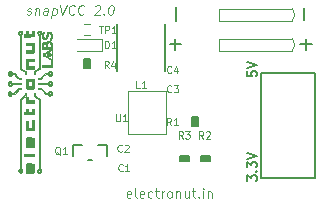
<source format=gto>
G04 #@! TF.FileFunction,Legend,Top*
%FSLAX46Y46*%
G04 Gerber Fmt 4.6, Leading zero omitted, Abs format (unit mm)*
G04 Created by KiCad (PCBNEW 4.0.6) date 08/08/17 14:07:08*
%MOMM*%
%LPD*%
G01*
G04 APERTURE LIST*
%ADD10C,0.100000*%
%ADD11C,0.200000*%
%ADD12C,0.150000*%
%ADD13C,0.050000*%
%ADD14C,0.010000*%
%ADD15C,0.127000*%
%ADD16C,0.120000*%
%ADD17C,0.060000*%
%ADD18R,0.650000X1.060000*%
%ADD19C,3.216000*%
%ADD20R,1.651000X1.651000*%
%ADD21C,1.651000*%
%ADD22R,1.100000X1.000000*%
%ADD23R,3.700000X1.200000*%
%ADD24R,1.016000X1.143000*%
%ADD25R,1.000000X1.100000*%
%ADD26R,0.800000X0.800000*%
%ADD27R,0.600000X0.500000*%
%ADD28R,0.800000X0.150000*%
%ADD29C,0.800000*%
%ADD30R,0.800000X1.200000*%
%ADD31R,1.200000X1.200000*%
%ADD32R,1.500000X1.000000*%
G04 APERTURE END LIST*
D10*
D11*
X149701190Y-100419286D02*
X148748809Y-100419286D01*
X149224999Y-100895476D02*
X149224999Y-99943095D01*
X149244857Y-97282072D02*
X149244857Y-98424929D01*
D10*
X152908000Y-99949000D02*
X159131000Y-99949000D01*
X152908000Y-97409000D02*
X159131000Y-97409000D01*
X152908000Y-98425000D02*
X159131000Y-98425000D01*
X152908000Y-100965000D02*
X159131000Y-100965000D01*
X159131000Y-100965000D02*
G75*
G03X159131000Y-99949000I-508000J508000D01*
G01*
X152908000Y-99949000D02*
X152908000Y-100965000D01*
X152908000Y-97409000D02*
X152908000Y-98425000D01*
X159131000Y-98425000D02*
G75*
G03X159131000Y-97409000I-508000J508000D01*
G01*
D11*
X160121214Y-97377310D02*
X160121214Y-98329691D01*
D10*
X136637381Y-97859810D02*
X136708809Y-97897905D01*
X136861190Y-97897905D01*
X136942143Y-97859810D01*
X136989762Y-97783619D01*
X136994524Y-97745524D01*
X136965952Y-97669333D01*
X136894523Y-97631238D01*
X136780238Y-97631238D01*
X136708809Y-97593143D01*
X136680238Y-97516952D01*
X136685000Y-97478857D01*
X136732619Y-97402667D01*
X136813572Y-97364571D01*
X136927857Y-97364571D01*
X136999286Y-97402667D01*
X137385000Y-97364571D02*
X137318333Y-97897905D01*
X137375476Y-97440762D02*
X137418333Y-97402667D01*
X137499286Y-97364571D01*
X137613572Y-97364571D01*
X137685000Y-97402667D01*
X137713571Y-97478857D01*
X137661190Y-97897905D01*
X138385000Y-97897905D02*
X138437381Y-97478857D01*
X138408810Y-97402667D01*
X138337382Y-97364571D01*
X138185001Y-97364571D01*
X138104048Y-97402667D01*
X138389762Y-97859810D02*
X138308810Y-97897905D01*
X138118334Y-97897905D01*
X138046905Y-97859810D01*
X138018334Y-97783619D01*
X138027857Y-97707429D01*
X138075476Y-97631238D01*
X138156429Y-97593143D01*
X138346905Y-97593143D01*
X138427857Y-97555048D01*
X138832620Y-97364571D02*
X138732620Y-98164571D01*
X138827858Y-97402667D02*
X138908811Y-97364571D01*
X139061192Y-97364571D01*
X139132620Y-97402667D01*
X139165953Y-97440762D01*
X139194525Y-97516952D01*
X139165954Y-97745524D01*
X139118334Y-97821714D01*
X139075477Y-97859810D01*
X138994525Y-97897905D01*
X138842144Y-97897905D01*
X138770715Y-97859810D01*
X139475477Y-97097905D02*
X139642144Y-97897905D01*
X140008811Y-97097905D01*
X140642144Y-97821714D02*
X140599287Y-97859810D01*
X140480239Y-97897905D01*
X140404049Y-97897905D01*
X140294525Y-97859810D01*
X140227858Y-97783619D01*
X140199286Y-97707429D01*
X140180239Y-97555048D01*
X140194525Y-97440762D01*
X140251667Y-97288381D01*
X140299286Y-97212190D01*
X140385001Y-97136000D01*
X140504049Y-97097905D01*
X140580239Y-97097905D01*
X140689763Y-97136000D01*
X140723096Y-97174095D01*
X141442144Y-97821714D02*
X141399287Y-97859810D01*
X141280239Y-97897905D01*
X141204049Y-97897905D01*
X141094525Y-97859810D01*
X141027858Y-97783619D01*
X140999286Y-97707429D01*
X140980239Y-97555048D01*
X140994525Y-97440762D01*
X141051667Y-97288381D01*
X141099286Y-97212190D01*
X141185001Y-97136000D01*
X141304049Y-97097905D01*
X141380239Y-97097905D01*
X141489763Y-97136000D01*
X141523096Y-97174095D01*
X142437382Y-97174095D02*
X142480239Y-97136000D01*
X142561192Y-97097905D01*
X142751668Y-97097905D01*
X142823096Y-97136000D01*
X142856430Y-97174095D01*
X142885001Y-97250286D01*
X142875478Y-97326476D01*
X142823097Y-97440762D01*
X142308811Y-97897905D01*
X142804049Y-97897905D01*
X143156430Y-97821714D02*
X143189763Y-97859810D01*
X143146906Y-97897905D01*
X143113573Y-97859810D01*
X143156430Y-97821714D01*
X143146906Y-97897905D01*
X143780239Y-97097905D02*
X143856430Y-97097905D01*
X143927858Y-97136000D01*
X143961191Y-97174095D01*
X143989763Y-97250286D01*
X144008811Y-97402667D01*
X143985001Y-97593143D01*
X143927859Y-97745524D01*
X143880239Y-97821714D01*
X143837382Y-97859810D01*
X143756430Y-97897905D01*
X143680239Y-97897905D01*
X143608811Y-97859810D01*
X143575477Y-97821714D01*
X143546906Y-97745524D01*
X143527858Y-97593143D01*
X143551668Y-97402667D01*
X143608810Y-97250286D01*
X143656429Y-97174095D01*
X143699287Y-97136000D01*
X143780239Y-97097905D01*
D12*
X155327405Y-111988452D02*
X155327405Y-111493214D01*
X155632167Y-111759881D01*
X155632167Y-111645595D01*
X155670262Y-111569405D01*
X155708357Y-111531309D01*
X155784548Y-111493214D01*
X155975024Y-111493214D01*
X156051214Y-111531309D01*
X156089310Y-111569405D01*
X156127405Y-111645595D01*
X156127405Y-111874167D01*
X156089310Y-111950357D01*
X156051214Y-111988452D01*
X156051214Y-111150357D02*
X156089310Y-111112262D01*
X156127405Y-111150357D01*
X156089310Y-111188452D01*
X156051214Y-111150357D01*
X156127405Y-111150357D01*
X155327405Y-110845595D02*
X155327405Y-110350357D01*
X155632167Y-110617024D01*
X155632167Y-110502738D01*
X155670262Y-110426548D01*
X155708357Y-110388452D01*
X155784548Y-110350357D01*
X155975024Y-110350357D01*
X156051214Y-110388452D01*
X156089310Y-110426548D01*
X156127405Y-110502738D01*
X156127405Y-110731310D01*
X156089310Y-110807500D01*
X156051214Y-110845595D01*
X155327405Y-110121786D02*
X156127405Y-109855119D01*
X155327405Y-109588452D01*
X155327405Y-102704880D02*
X155327405Y-103085833D01*
X155708357Y-103123928D01*
X155670262Y-103085833D01*
X155632167Y-103009642D01*
X155632167Y-102819166D01*
X155670262Y-102742976D01*
X155708357Y-102704880D01*
X155784548Y-102666785D01*
X155975024Y-102666785D01*
X156051214Y-102704880D01*
X156089310Y-102742976D01*
X156127405Y-102819166D01*
X156127405Y-103009642D01*
X156089310Y-103085833D01*
X156051214Y-103123928D01*
X155327405Y-102438214D02*
X156127405Y-102171547D01*
X155327405Y-101904880D01*
D11*
X160750190Y-100419286D02*
X159797809Y-100419286D01*
X160273999Y-100895476D02*
X160273999Y-99943095D01*
D10*
X145440809Y-113353810D02*
X145364619Y-113391905D01*
X145212238Y-113391905D01*
X145136047Y-113353810D01*
X145097952Y-113277619D01*
X145097952Y-112972857D01*
X145136047Y-112896667D01*
X145212238Y-112858571D01*
X145364619Y-112858571D01*
X145440809Y-112896667D01*
X145478904Y-112972857D01*
X145478904Y-113049048D01*
X145097952Y-113125238D01*
X145936047Y-113391905D02*
X145859856Y-113353810D01*
X145821761Y-113277619D01*
X145821761Y-112591905D01*
X146545571Y-113353810D02*
X146469381Y-113391905D01*
X146317000Y-113391905D01*
X146240809Y-113353810D01*
X146202714Y-113277619D01*
X146202714Y-112972857D01*
X146240809Y-112896667D01*
X146317000Y-112858571D01*
X146469381Y-112858571D01*
X146545571Y-112896667D01*
X146583666Y-112972857D01*
X146583666Y-113049048D01*
X146202714Y-113125238D01*
X147269380Y-113353810D02*
X147193190Y-113391905D01*
X147040809Y-113391905D01*
X146964618Y-113353810D01*
X146926523Y-113315714D01*
X146888428Y-113239524D01*
X146888428Y-113010952D01*
X146926523Y-112934762D01*
X146964618Y-112896667D01*
X147040809Y-112858571D01*
X147193190Y-112858571D01*
X147269380Y-112896667D01*
X147497951Y-112858571D02*
X147802713Y-112858571D01*
X147612237Y-112591905D02*
X147612237Y-113277619D01*
X147650332Y-113353810D01*
X147726523Y-113391905D01*
X147802713Y-113391905D01*
X148069380Y-113391905D02*
X148069380Y-112858571D01*
X148069380Y-113010952D02*
X148107475Y-112934762D01*
X148145571Y-112896667D01*
X148221761Y-112858571D01*
X148297952Y-112858571D01*
X148678904Y-113391905D02*
X148602713Y-113353810D01*
X148564618Y-113315714D01*
X148526523Y-113239524D01*
X148526523Y-113010952D01*
X148564618Y-112934762D01*
X148602713Y-112896667D01*
X148678904Y-112858571D01*
X148793190Y-112858571D01*
X148869380Y-112896667D01*
X148907475Y-112934762D01*
X148945571Y-113010952D01*
X148945571Y-113239524D01*
X148907475Y-113315714D01*
X148869380Y-113353810D01*
X148793190Y-113391905D01*
X148678904Y-113391905D01*
X149288428Y-112858571D02*
X149288428Y-113391905D01*
X149288428Y-112934762D02*
X149326523Y-112896667D01*
X149402714Y-112858571D01*
X149517000Y-112858571D01*
X149593190Y-112896667D01*
X149631285Y-112972857D01*
X149631285Y-113391905D01*
X150355095Y-112858571D02*
X150355095Y-113391905D01*
X150012238Y-112858571D02*
X150012238Y-113277619D01*
X150050333Y-113353810D01*
X150126524Y-113391905D01*
X150240810Y-113391905D01*
X150317000Y-113353810D01*
X150355095Y-113315714D01*
X150621762Y-112858571D02*
X150926524Y-112858571D01*
X150736048Y-112591905D02*
X150736048Y-113277619D01*
X150774143Y-113353810D01*
X150850334Y-113391905D01*
X150926524Y-113391905D01*
X151193191Y-113315714D02*
X151231286Y-113353810D01*
X151193191Y-113391905D01*
X151155096Y-113353810D01*
X151193191Y-113315714D01*
X151193191Y-113391905D01*
X151574143Y-113391905D02*
X151574143Y-112858571D01*
X151574143Y-112591905D02*
X151536048Y-112630000D01*
X151574143Y-112668095D01*
X151612238Y-112630000D01*
X151574143Y-112591905D01*
X151574143Y-112668095D01*
X151955095Y-112858571D02*
X151955095Y-113391905D01*
X151955095Y-112934762D02*
X151993190Y-112896667D01*
X152069381Y-112858571D01*
X152183667Y-112858571D01*
X152259857Y-112896667D01*
X152297952Y-112972857D01*
X152297952Y-113391905D01*
D13*
X148412000Y-104372000D02*
X148412000Y-107972000D01*
X148412000Y-107972000D02*
X145212000Y-107972000D01*
X145212000Y-107972000D02*
X145212000Y-104372000D01*
X145212000Y-104372000D02*
X148412000Y-104372000D01*
D14*
G36*
X137848248Y-104099360D02*
X138240508Y-104526080D01*
X138437335Y-104526080D01*
X138445746Y-104500976D01*
X138457062Y-104477449D01*
X138474610Y-104452773D01*
X138495866Y-104429934D01*
X138518304Y-104411912D01*
X138524222Y-104408267D01*
X138561217Y-104392460D01*
X138598881Y-104386082D01*
X138635994Y-104388603D01*
X138671332Y-104399490D01*
X138703674Y-104418215D01*
X138731799Y-104444245D01*
X138754485Y-104477049D01*
X138770242Y-104515186D01*
X138776979Y-104547621D01*
X138779197Y-104581857D01*
X138776671Y-104613244D01*
X138775282Y-104620060D01*
X138761650Y-104658755D01*
X138740755Y-104692880D01*
X138713906Y-104721437D01*
X138682412Y-104743427D01*
X138647582Y-104757850D01*
X138614140Y-104763166D01*
X138614140Y-104667704D01*
X138638424Y-104661165D01*
X138660594Y-104647086D01*
X138679055Y-104625567D01*
X138688718Y-104606623D01*
X138692593Y-104586633D01*
X138691330Y-104562526D01*
X138685470Y-104538370D01*
X138677322Y-104520907D01*
X138659265Y-104500141D01*
X138637135Y-104487071D01*
X138612758Y-104481491D01*
X138587965Y-104483197D01*
X138564584Y-104491984D01*
X138544444Y-104507647D01*
X138529373Y-104529982D01*
X138526154Y-104537841D01*
X138522247Y-104556395D01*
X138521286Y-104578692D01*
X138523175Y-104600231D01*
X138527817Y-104616503D01*
X138544582Y-104641103D01*
X138565622Y-104657771D01*
X138589340Y-104666605D01*
X138614140Y-104667704D01*
X138614140Y-104763166D01*
X138610726Y-104763709D01*
X138588324Y-104762714D01*
X138554691Y-104754330D01*
X138522352Y-104738478D01*
X138493035Y-104716645D01*
X138468469Y-104690320D01*
X138450383Y-104660990D01*
X138441789Y-104636570D01*
X138438545Y-104622600D01*
X138206141Y-104622600D01*
X138007759Y-104406802D01*
X137809377Y-104191003D01*
X137721915Y-104190902D01*
X137634452Y-104190800D01*
X137634452Y-104099360D01*
X137848248Y-104099360D01*
X137848248Y-104099360D01*
G37*
X137848248Y-104099360D02*
X138240508Y-104526080D01*
X138437335Y-104526080D01*
X138445746Y-104500976D01*
X138457062Y-104477449D01*
X138474610Y-104452773D01*
X138495866Y-104429934D01*
X138518304Y-104411912D01*
X138524222Y-104408267D01*
X138561217Y-104392460D01*
X138598881Y-104386082D01*
X138635994Y-104388603D01*
X138671332Y-104399490D01*
X138703674Y-104418215D01*
X138731799Y-104444245D01*
X138754485Y-104477049D01*
X138770242Y-104515186D01*
X138776979Y-104547621D01*
X138779197Y-104581857D01*
X138776671Y-104613244D01*
X138775282Y-104620060D01*
X138761650Y-104658755D01*
X138740755Y-104692880D01*
X138713906Y-104721437D01*
X138682412Y-104743427D01*
X138647582Y-104757850D01*
X138614140Y-104763166D01*
X138614140Y-104667704D01*
X138638424Y-104661165D01*
X138660594Y-104647086D01*
X138679055Y-104625567D01*
X138688718Y-104606623D01*
X138692593Y-104586633D01*
X138691330Y-104562526D01*
X138685470Y-104538370D01*
X138677322Y-104520907D01*
X138659265Y-104500141D01*
X138637135Y-104487071D01*
X138612758Y-104481491D01*
X138587965Y-104483197D01*
X138564584Y-104491984D01*
X138544444Y-104507647D01*
X138529373Y-104529982D01*
X138526154Y-104537841D01*
X138522247Y-104556395D01*
X138521286Y-104578692D01*
X138523175Y-104600231D01*
X138527817Y-104616503D01*
X138544582Y-104641103D01*
X138565622Y-104657771D01*
X138589340Y-104666605D01*
X138614140Y-104667704D01*
X138614140Y-104763166D01*
X138610726Y-104763709D01*
X138588324Y-104762714D01*
X138554691Y-104754330D01*
X138522352Y-104738478D01*
X138493035Y-104716645D01*
X138468469Y-104690320D01*
X138450383Y-104660990D01*
X138441789Y-104636570D01*
X138438545Y-104622600D01*
X138206141Y-104622600D01*
X138007759Y-104406802D01*
X137809377Y-104191003D01*
X137721915Y-104190902D01*
X137634452Y-104190800D01*
X137634452Y-104099360D01*
X137848248Y-104099360D01*
G36*
X138034773Y-103682800D02*
X138106110Y-103682791D01*
X138168469Y-103682755D01*
X138222455Y-103682677D01*
X138268676Y-103682545D01*
X138307737Y-103682346D01*
X138340246Y-103682066D01*
X138366807Y-103681692D01*
X138388028Y-103681210D01*
X138404515Y-103680607D01*
X138416875Y-103679869D01*
X138425713Y-103678984D01*
X138431636Y-103677938D01*
X138435250Y-103676717D01*
X138437162Y-103675308D01*
X138437916Y-103673910D01*
X138455633Y-103632618D01*
X138480244Y-103598064D01*
X138511326Y-103570778D01*
X138529594Y-103559797D01*
X138546280Y-103551581D01*
X138560018Y-103546600D01*
X138574388Y-103544063D01*
X138592968Y-103543174D01*
X138604924Y-103543100D01*
X138626947Y-103543463D01*
X138642973Y-103545080D01*
X138656577Y-103548743D01*
X138671338Y-103555244D01*
X138680194Y-103559766D01*
X138713133Y-103581978D01*
X138740536Y-103610691D01*
X138760773Y-103644064D01*
X138765816Y-103656376D01*
X138773504Y-103685657D01*
X138777581Y-103718558D01*
X138777786Y-103750927D01*
X138773857Y-103778613D01*
X138773580Y-103779679D01*
X138759401Y-103816090D01*
X138737800Y-103849963D01*
X138710680Y-103878912D01*
X138679944Y-103900552D01*
X138675257Y-103902963D01*
X138662212Y-103908401D01*
X138648268Y-103911739D01*
X138630584Y-103913419D01*
X138609219Y-103913827D01*
X138609219Y-103823243D01*
X138634365Y-103817560D01*
X138657181Y-103803798D01*
X138675983Y-103782513D01*
X138684527Y-103766620D01*
X138691710Y-103745112D01*
X138692834Y-103724723D01*
X138688581Y-103702008D01*
X138677133Y-103675114D01*
X138659627Y-103654633D01*
X138637782Y-103641045D01*
X138613322Y-103634829D01*
X138587968Y-103636463D01*
X138563440Y-103646428D01*
X138544455Y-103661883D01*
X138527592Y-103686256D01*
X138519060Y-103713409D01*
X138518675Y-103741454D01*
X138526254Y-103768504D01*
X138541612Y-103792671D01*
X138558663Y-103808154D01*
X138583424Y-103820293D01*
X138609219Y-103823243D01*
X138609219Y-103913827D01*
X138606319Y-103913883D01*
X138604924Y-103913882D01*
X138581161Y-103913491D01*
X138564064Y-103912052D01*
X138550726Y-103909060D01*
X138538243Y-103904012D01*
X138533037Y-103901406D01*
X138508360Y-103885083D01*
X138484492Y-103863073D01*
X138463890Y-103838097D01*
X138449015Y-103812880D01*
X138445674Y-103804665D01*
X138435861Y-103776780D01*
X138035157Y-103775481D01*
X137634452Y-103774182D01*
X137634452Y-103682800D01*
X138034773Y-103682800D01*
X138034773Y-103682800D01*
G37*
X138034773Y-103682800D02*
X138106110Y-103682791D01*
X138168469Y-103682755D01*
X138222455Y-103682677D01*
X138268676Y-103682545D01*
X138307737Y-103682346D01*
X138340246Y-103682066D01*
X138366807Y-103681692D01*
X138388028Y-103681210D01*
X138404515Y-103680607D01*
X138416875Y-103679869D01*
X138425713Y-103678984D01*
X138431636Y-103677938D01*
X138435250Y-103676717D01*
X138437162Y-103675308D01*
X138437916Y-103673910D01*
X138455633Y-103632618D01*
X138480244Y-103598064D01*
X138511326Y-103570778D01*
X138529594Y-103559797D01*
X138546280Y-103551581D01*
X138560018Y-103546600D01*
X138574388Y-103544063D01*
X138592968Y-103543174D01*
X138604924Y-103543100D01*
X138626947Y-103543463D01*
X138642973Y-103545080D01*
X138656577Y-103548743D01*
X138671338Y-103555244D01*
X138680194Y-103559766D01*
X138713133Y-103581978D01*
X138740536Y-103610691D01*
X138760773Y-103644064D01*
X138765816Y-103656376D01*
X138773504Y-103685657D01*
X138777581Y-103718558D01*
X138777786Y-103750927D01*
X138773857Y-103778613D01*
X138773580Y-103779679D01*
X138759401Y-103816090D01*
X138737800Y-103849963D01*
X138710680Y-103878912D01*
X138679944Y-103900552D01*
X138675257Y-103902963D01*
X138662212Y-103908401D01*
X138648268Y-103911739D01*
X138630584Y-103913419D01*
X138609219Y-103913827D01*
X138609219Y-103823243D01*
X138634365Y-103817560D01*
X138657181Y-103803798D01*
X138675983Y-103782513D01*
X138684527Y-103766620D01*
X138691710Y-103745112D01*
X138692834Y-103724723D01*
X138688581Y-103702008D01*
X138677133Y-103675114D01*
X138659627Y-103654633D01*
X138637782Y-103641045D01*
X138613322Y-103634829D01*
X138587968Y-103636463D01*
X138563440Y-103646428D01*
X138544455Y-103661883D01*
X138527592Y-103686256D01*
X138519060Y-103713409D01*
X138518675Y-103741454D01*
X138526254Y-103768504D01*
X138541612Y-103792671D01*
X138558663Y-103808154D01*
X138583424Y-103820293D01*
X138609219Y-103823243D01*
X138609219Y-103913827D01*
X138606319Y-103913883D01*
X138604924Y-103913882D01*
X138581161Y-103913491D01*
X138564064Y-103912052D01*
X138550726Y-103909060D01*
X138538243Y-103904012D01*
X138533037Y-103901406D01*
X138508360Y-103885083D01*
X138484492Y-103863073D01*
X138463890Y-103838097D01*
X138449015Y-103812880D01*
X138445674Y-103804665D01*
X138435861Y-103776780D01*
X138035157Y-103775481D01*
X137634452Y-103774182D01*
X137634452Y-103682800D01*
X138034773Y-103682800D01*
G36*
X137805943Y-103266240D02*
X138206073Y-102834440D01*
X138433889Y-102834440D01*
X138448355Y-102801671D01*
X138468828Y-102765935D01*
X138495707Y-102735435D01*
X138527051Y-102712275D01*
X138534492Y-102708305D01*
X138549894Y-102701405D01*
X138564139Y-102697291D01*
X138580719Y-102695294D01*
X138603122Y-102694742D01*
X138605025Y-102694740D01*
X138627056Y-102695109D01*
X138643091Y-102696742D01*
X138656709Y-102700427D01*
X138671487Y-102706954D01*
X138679895Y-102711250D01*
X138715158Y-102734864D01*
X138743005Y-102764764D01*
X138763074Y-102800355D01*
X138775001Y-102841041D01*
X138778323Y-102872540D01*
X138778172Y-102898875D01*
X138776011Y-102921587D01*
X138773408Y-102933500D01*
X138755648Y-102975816D01*
X138731151Y-103011117D01*
X138700186Y-103039066D01*
X138679239Y-103051842D01*
X138665615Y-103058359D01*
X138653181Y-103062436D01*
X138638948Y-103064625D01*
X138619928Y-103065479D01*
X138604924Y-103065580D01*
X138598646Y-103065486D01*
X138598646Y-102975432D01*
X138625149Y-102973706D01*
X138650058Y-102962083D01*
X138666528Y-102947787D01*
X138683866Y-102922888D01*
X138692387Y-102895049D01*
X138691816Y-102865695D01*
X138686167Y-102845777D01*
X138671124Y-102818600D01*
X138650859Y-102799887D01*
X138625588Y-102789798D01*
X138607511Y-102787944D01*
X138579013Y-102792046D01*
X138555003Y-102804138D01*
X138536669Y-102823149D01*
X138525200Y-102848009D01*
X138522146Y-102864849D01*
X138522422Y-102899147D01*
X138530162Y-102927198D01*
X138545525Y-102949333D01*
X138568669Y-102965886D01*
X138571179Y-102967132D01*
X138598646Y-102975432D01*
X138598646Y-103065486D01*
X138581216Y-103065225D01*
X138564177Y-103063823D01*
X138550907Y-103060872D01*
X138538504Y-103055871D01*
X138533037Y-103053132D01*
X138502529Y-103032162D01*
X138475117Y-103003480D01*
X138452705Y-102969455D01*
X138437916Y-102934770D01*
X138436200Y-102931725D01*
X138432419Y-102929462D01*
X138425313Y-102927866D01*
X138413622Y-102926824D01*
X138396085Y-102926222D01*
X138371443Y-102925945D01*
X138339656Y-102925880D01*
X138244220Y-102925880D01*
X138045968Y-103141545D01*
X137847717Y-103357209D01*
X137741084Y-103357445D01*
X137634452Y-103357680D01*
X137634452Y-103266240D01*
X137805943Y-103266240D01*
X137805943Y-103266240D01*
G37*
X137805943Y-103266240D02*
X138206073Y-102834440D01*
X138433889Y-102834440D01*
X138448355Y-102801671D01*
X138468828Y-102765935D01*
X138495707Y-102735435D01*
X138527051Y-102712275D01*
X138534492Y-102708305D01*
X138549894Y-102701405D01*
X138564139Y-102697291D01*
X138580719Y-102695294D01*
X138603122Y-102694742D01*
X138605025Y-102694740D01*
X138627056Y-102695109D01*
X138643091Y-102696742D01*
X138656709Y-102700427D01*
X138671487Y-102706954D01*
X138679895Y-102711250D01*
X138715158Y-102734864D01*
X138743005Y-102764764D01*
X138763074Y-102800355D01*
X138775001Y-102841041D01*
X138778323Y-102872540D01*
X138778172Y-102898875D01*
X138776011Y-102921587D01*
X138773408Y-102933500D01*
X138755648Y-102975816D01*
X138731151Y-103011117D01*
X138700186Y-103039066D01*
X138679239Y-103051842D01*
X138665615Y-103058359D01*
X138653181Y-103062436D01*
X138638948Y-103064625D01*
X138619928Y-103065479D01*
X138604924Y-103065580D01*
X138598646Y-103065486D01*
X138598646Y-102975432D01*
X138625149Y-102973706D01*
X138650058Y-102962083D01*
X138666528Y-102947787D01*
X138683866Y-102922888D01*
X138692387Y-102895049D01*
X138691816Y-102865695D01*
X138686167Y-102845777D01*
X138671124Y-102818600D01*
X138650859Y-102799887D01*
X138625588Y-102789798D01*
X138607511Y-102787944D01*
X138579013Y-102792046D01*
X138555003Y-102804138D01*
X138536669Y-102823149D01*
X138525200Y-102848009D01*
X138522146Y-102864849D01*
X138522422Y-102899147D01*
X138530162Y-102927198D01*
X138545525Y-102949333D01*
X138568669Y-102965886D01*
X138571179Y-102967132D01*
X138598646Y-102975432D01*
X138598646Y-103065486D01*
X138581216Y-103065225D01*
X138564177Y-103063823D01*
X138550907Y-103060872D01*
X138538504Y-103055871D01*
X138533037Y-103053132D01*
X138502529Y-103032162D01*
X138475117Y-103003480D01*
X138452705Y-102969455D01*
X138437916Y-102934770D01*
X138436200Y-102931725D01*
X138432419Y-102929462D01*
X138425313Y-102927866D01*
X138413622Y-102926824D01*
X138396085Y-102926222D01*
X138371443Y-102925945D01*
X138339656Y-102925880D01*
X138244220Y-102925880D01*
X138045968Y-103141545D01*
X137847717Y-103357209D01*
X137741084Y-103357445D01*
X137634452Y-103357680D01*
X137634452Y-103266240D01*
X137805943Y-103266240D01*
G36*
X137935842Y-99613185D02*
X137941374Y-99561781D01*
X137948447Y-99516727D01*
X137957780Y-99474248D01*
X137970092Y-99430573D01*
X137971522Y-99425971D01*
X137986698Y-99377500D01*
X138050198Y-99376083D01*
X138073608Y-99375710D01*
X138093127Y-99375683D01*
X138106994Y-99375984D01*
X138113447Y-99376592D01*
X138113698Y-99376774D01*
X138111233Y-99381720D01*
X138104741Y-99392777D01*
X138095575Y-99407648D01*
X138094636Y-99409141D01*
X138065922Y-99463536D01*
X138044263Y-99523872D01*
X138030061Y-99588779D01*
X138023969Y-99650398D01*
X138023701Y-99701759D01*
X138028044Y-99745464D01*
X138037330Y-99782949D01*
X138051893Y-99815650D01*
X138068079Y-99839996D01*
X138090497Y-99861629D01*
X138117445Y-99875994D01*
X138146937Y-99882932D01*
X138176987Y-99882282D01*
X138205609Y-99873884D01*
X138230817Y-99857577D01*
X138235146Y-99853481D01*
X138245090Y-99842213D01*
X138253716Y-99829192D01*
X138261399Y-99813214D01*
X138268514Y-99793073D01*
X138275437Y-99767567D01*
X138282542Y-99735490D01*
X138290203Y-99695637D01*
X138297938Y-99651820D01*
X138307977Y-99596711D01*
X138317798Y-99550453D01*
X138327853Y-99511762D01*
X138338594Y-99479356D01*
X138350473Y-99451951D01*
X138363943Y-99428263D01*
X138379457Y-99407008D01*
X138387557Y-99397523D01*
X138410308Y-99375969D01*
X138435689Y-99360358D01*
X138466165Y-99349419D01*
X138491817Y-99343869D01*
X138535745Y-99341037D01*
X138578044Y-99347737D01*
X138618009Y-99363390D01*
X138654937Y-99387413D01*
X138688121Y-99419228D01*
X138716859Y-99458254D01*
X138740446Y-99503909D01*
X138758178Y-99555615D01*
X138760664Y-99565401D01*
X138766028Y-99594876D01*
X138769981Y-99631319D01*
X138772381Y-99671624D01*
X138773086Y-99712688D01*
X138771956Y-99751407D01*
X138770180Y-99773740D01*
X138761675Y-99831376D01*
X138748398Y-99891906D01*
X138731500Y-99950236D01*
X138728051Y-99960430D01*
X138710867Y-100009960D01*
X138644317Y-100009960D01*
X138620476Y-100009704D01*
X138600650Y-100008999D01*
X138586505Y-100007944D01*
X138579708Y-100006637D01*
X138579369Y-100006150D01*
X138582578Y-100000453D01*
X138589797Y-99988454D01*
X138599723Y-99972310D01*
X138604571Y-99964514D01*
X138637040Y-99903380D01*
X138661230Y-99837792D01*
X138676732Y-99769092D01*
X138682855Y-99707302D01*
X138682352Y-99651183D01*
X138676183Y-99601513D01*
X138664580Y-99558696D01*
X138647777Y-99523136D01*
X138626005Y-99495238D01*
X138599497Y-99475405D01*
X138568485Y-99464043D01*
X138541527Y-99461320D01*
X138508559Y-99464628D01*
X138481938Y-99475005D01*
X138460557Y-99493129D01*
X138443312Y-99519681D01*
X138441929Y-99522497D01*
X138434858Y-99538611D01*
X138428568Y-99556405D01*
X138422674Y-99577462D01*
X138416790Y-99603366D01*
X138410531Y-99635700D01*
X138403512Y-99676049D01*
X138401206Y-99689920D01*
X138393917Y-99733011D01*
X138387536Y-99767795D01*
X138381630Y-99796026D01*
X138375764Y-99819456D01*
X138369507Y-99839840D01*
X138362423Y-99858931D01*
X138355237Y-99875886D01*
X138332226Y-99917773D01*
X138303955Y-99951199D01*
X138270182Y-99976361D01*
X138230664Y-99993454D01*
X138201141Y-100000440D01*
X138156803Y-100003165D01*
X138114085Y-99996330D01*
X138074140Y-99980346D01*
X138038123Y-99955626D01*
X138016931Y-99934573D01*
X137985519Y-99891170D01*
X137961367Y-99841356D01*
X137944557Y-99785448D01*
X137935168Y-99723764D01*
X137933281Y-99656623D01*
X137935842Y-99613185D01*
X137935842Y-99613185D01*
G37*
X137935842Y-99613185D02*
X137941374Y-99561781D01*
X137948447Y-99516727D01*
X137957780Y-99474248D01*
X137970092Y-99430573D01*
X137971522Y-99425971D01*
X137986698Y-99377500D01*
X138050198Y-99376083D01*
X138073608Y-99375710D01*
X138093127Y-99375683D01*
X138106994Y-99375984D01*
X138113447Y-99376592D01*
X138113698Y-99376774D01*
X138111233Y-99381720D01*
X138104741Y-99392777D01*
X138095575Y-99407648D01*
X138094636Y-99409141D01*
X138065922Y-99463536D01*
X138044263Y-99523872D01*
X138030061Y-99588779D01*
X138023969Y-99650398D01*
X138023701Y-99701759D01*
X138028044Y-99745464D01*
X138037330Y-99782949D01*
X138051893Y-99815650D01*
X138068079Y-99839996D01*
X138090497Y-99861629D01*
X138117445Y-99875994D01*
X138146937Y-99882932D01*
X138176987Y-99882282D01*
X138205609Y-99873884D01*
X138230817Y-99857577D01*
X138235146Y-99853481D01*
X138245090Y-99842213D01*
X138253716Y-99829192D01*
X138261399Y-99813214D01*
X138268514Y-99793073D01*
X138275437Y-99767567D01*
X138282542Y-99735490D01*
X138290203Y-99695637D01*
X138297938Y-99651820D01*
X138307977Y-99596711D01*
X138317798Y-99550453D01*
X138327853Y-99511762D01*
X138338594Y-99479356D01*
X138350473Y-99451951D01*
X138363943Y-99428263D01*
X138379457Y-99407008D01*
X138387557Y-99397523D01*
X138410308Y-99375969D01*
X138435689Y-99360358D01*
X138466165Y-99349419D01*
X138491817Y-99343869D01*
X138535745Y-99341037D01*
X138578044Y-99347737D01*
X138618009Y-99363390D01*
X138654937Y-99387413D01*
X138688121Y-99419228D01*
X138716859Y-99458254D01*
X138740446Y-99503909D01*
X138758178Y-99555615D01*
X138760664Y-99565401D01*
X138766028Y-99594876D01*
X138769981Y-99631319D01*
X138772381Y-99671624D01*
X138773086Y-99712688D01*
X138771956Y-99751407D01*
X138770180Y-99773740D01*
X138761675Y-99831376D01*
X138748398Y-99891906D01*
X138731500Y-99950236D01*
X138728051Y-99960430D01*
X138710867Y-100009960D01*
X138644317Y-100009960D01*
X138620476Y-100009704D01*
X138600650Y-100008999D01*
X138586505Y-100007944D01*
X138579708Y-100006637D01*
X138579369Y-100006150D01*
X138582578Y-100000453D01*
X138589797Y-99988454D01*
X138599723Y-99972310D01*
X138604571Y-99964514D01*
X138637040Y-99903380D01*
X138661230Y-99837792D01*
X138676732Y-99769092D01*
X138682855Y-99707302D01*
X138682352Y-99651183D01*
X138676183Y-99601513D01*
X138664580Y-99558696D01*
X138647777Y-99523136D01*
X138626005Y-99495238D01*
X138599497Y-99475405D01*
X138568485Y-99464043D01*
X138541527Y-99461320D01*
X138508559Y-99464628D01*
X138481938Y-99475005D01*
X138460557Y-99493129D01*
X138443312Y-99519681D01*
X138441929Y-99522497D01*
X138434858Y-99538611D01*
X138428568Y-99556405D01*
X138422674Y-99577462D01*
X138416790Y-99603366D01*
X138410531Y-99635700D01*
X138403512Y-99676049D01*
X138401206Y-99689920D01*
X138393917Y-99733011D01*
X138387536Y-99767795D01*
X138381630Y-99796026D01*
X138375764Y-99819456D01*
X138369507Y-99839840D01*
X138362423Y-99858931D01*
X138355237Y-99875886D01*
X138332226Y-99917773D01*
X138303955Y-99951199D01*
X138270182Y-99976361D01*
X138230664Y-99993454D01*
X138201141Y-100000440D01*
X138156803Y-100003165D01*
X138114085Y-99996330D01*
X138074140Y-99980346D01*
X138038123Y-99955626D01*
X138016931Y-99934573D01*
X137985519Y-99891170D01*
X137961367Y-99841356D01*
X137944557Y-99785448D01*
X137935168Y-99723764D01*
X137933281Y-99656623D01*
X137935842Y-99613185D01*
G36*
X138660037Y-102189280D02*
X138660037Y-101757480D01*
X138755886Y-101757480D01*
X138755886Y-102306120D01*
X137950754Y-102306120D01*
X137950754Y-102189280D01*
X138660037Y-102189280D01*
X138660037Y-102189280D01*
G37*
X138660037Y-102189280D02*
X138660037Y-101757480D01*
X138755886Y-101757480D01*
X138755886Y-102306120D01*
X137950754Y-102306120D01*
X137950754Y-102189280D01*
X138660037Y-102189280D01*
G36*
X138017849Y-101267260D02*
X138017849Y-101183440D01*
X138100518Y-101183300D01*
X138183188Y-101183159D01*
X138422811Y-101015696D01*
X138662434Y-100848234D01*
X138755886Y-100848160D01*
X138755886Y-101706680D01*
X138669706Y-101706680D01*
X138669706Y-101681280D01*
X138736717Y-101681280D01*
X138736717Y-100873560D01*
X138666915Y-100873560D01*
X138430000Y-101038660D01*
X138193084Y-101203760D01*
X138041811Y-101203760D01*
X138041811Y-101346000D01*
X138188846Y-101346000D01*
X138669706Y-101681280D01*
X138669706Y-101706680D01*
X138665849Y-101706680D01*
X138184999Y-101371400D01*
X138111009Y-101371400D01*
X138079682Y-101371462D01*
X138056281Y-101370787D01*
X138039653Y-101368089D01*
X138028648Y-101362082D01*
X138022115Y-101351477D01*
X138018902Y-101334989D01*
X138017858Y-101311330D01*
X138017830Y-101279212D01*
X138017849Y-101267260D01*
X138017849Y-101267260D01*
G37*
X138017849Y-101267260D02*
X138017849Y-101183440D01*
X138100518Y-101183300D01*
X138183188Y-101183159D01*
X138422811Y-101015696D01*
X138662434Y-100848234D01*
X138755886Y-100848160D01*
X138755886Y-101706680D01*
X138669706Y-101706680D01*
X138669706Y-101681280D01*
X138736717Y-101681280D01*
X138736717Y-100873560D01*
X138666915Y-100873560D01*
X138430000Y-101038660D01*
X138193084Y-101203760D01*
X138041811Y-101203760D01*
X138041811Y-101346000D01*
X138188846Y-101346000D01*
X138669706Y-101681280D01*
X138669706Y-101706680D01*
X138665849Y-101706680D01*
X138184999Y-101371400D01*
X138111009Y-101371400D01*
X138079682Y-101371462D01*
X138056281Y-101370787D01*
X138039653Y-101368089D01*
X138028648Y-101362082D01*
X138022115Y-101351477D01*
X138018902Y-101334989D01*
X138017858Y-101311330D01*
X138017830Y-101279212D01*
X138017849Y-101267260D01*
G36*
X137950830Y-100641150D02*
X137951084Y-100577978D01*
X137951849Y-100523908D01*
X137953236Y-100477896D01*
X137955356Y-100438892D01*
X137958318Y-100405851D01*
X137962233Y-100377724D01*
X137967212Y-100353464D01*
X137973363Y-100332024D01*
X137980797Y-100312357D01*
X137986828Y-100299078D01*
X138005451Y-100268000D01*
X138028483Y-100244372D01*
X138054938Y-100227423D01*
X138071459Y-100219288D01*
X138085077Y-100214357D01*
X138099339Y-100211851D01*
X138117794Y-100210995D01*
X138130149Y-100210942D01*
X138153496Y-100211499D01*
X138170747Y-100213487D01*
X138185361Y-100217553D01*
X138200181Y-100224040D01*
X138231745Y-100243329D01*
X138258133Y-100268481D01*
X138279183Y-100297548D01*
X138288248Y-100311476D01*
X138295098Y-100320979D01*
X138298245Y-100323996D01*
X138300395Y-100318724D01*
X138304616Y-100306431D01*
X138310003Y-100289751D01*
X138310126Y-100289360D01*
X138328978Y-100243925D01*
X138354302Y-100205678D01*
X138385399Y-100175072D01*
X138421571Y-100152565D01*
X138462120Y-100138610D01*
X138506348Y-100133663D01*
X138544503Y-100136589D01*
X138589991Y-100148478D01*
X138630492Y-100168856D01*
X138665732Y-100197364D01*
X138695434Y-100233643D01*
X138719323Y-100277334D01*
X138737124Y-100328078D01*
X138748560Y-100385517D01*
X138750851Y-100405469D01*
X138752101Y-100423766D01*
X138753237Y-100450484D01*
X138754221Y-100483886D01*
X138755012Y-100522232D01*
X138755571Y-100563785D01*
X138755857Y-100606806D01*
X138755886Y-100625179D01*
X138755886Y-100792280D01*
X138664830Y-100792280D01*
X138664830Y-100675440D01*
X138664663Y-100554790D01*
X138664232Y-100504120D01*
X138663109Y-100461221D01*
X138661325Y-100426810D01*
X138658909Y-100401602D01*
X138658040Y-100395785D01*
X138647083Y-100351593D01*
X138630494Y-100315552D01*
X138608327Y-100287719D01*
X138580638Y-100268148D01*
X138547482Y-100256895D01*
X138515935Y-100253912D01*
X138477293Y-100256842D01*
X138445565Y-100266279D01*
X138419883Y-100282800D01*
X138399378Y-100306983D01*
X138383180Y-100339406D01*
X138381767Y-100343113D01*
X138378552Y-100352192D01*
X138375997Y-100361076D01*
X138374007Y-100371071D01*
X138372488Y-100383482D01*
X138371347Y-100399611D01*
X138370489Y-100420766D01*
X138369820Y-100448249D01*
X138369247Y-100483366D01*
X138368713Y-100524310D01*
X138366846Y-100675440D01*
X138664830Y-100675440D01*
X138664830Y-100792280D01*
X138277512Y-100792280D01*
X138277512Y-100675440D01*
X138275878Y-100552250D01*
X138274245Y-100429060D01*
X138260761Y-100399954D01*
X138243495Y-100370626D01*
X138222267Y-100349727D01*
X138196010Y-100336595D01*
X138163656Y-100330570D01*
X138147733Y-100330000D01*
X138118489Y-100332652D01*
X138095436Y-100341162D01*
X138076433Y-100356368D01*
X138074346Y-100358657D01*
X138065996Y-100368906D01*
X138059357Y-100379578D01*
X138054212Y-100391978D01*
X138050343Y-100407412D01*
X138047531Y-100427188D01*
X138045559Y-100452610D01*
X138044210Y-100484986D01*
X138043265Y-100525621D01*
X138042910Y-100547170D01*
X138040965Y-100675440D01*
X138277512Y-100675440D01*
X138277512Y-100792280D01*
X137950754Y-100792280D01*
X137950830Y-100641150D01*
X137950830Y-100641150D01*
G37*
X137950830Y-100641150D02*
X137951084Y-100577978D01*
X137951849Y-100523908D01*
X137953236Y-100477896D01*
X137955356Y-100438892D01*
X137958318Y-100405851D01*
X137962233Y-100377724D01*
X137967212Y-100353464D01*
X137973363Y-100332024D01*
X137980797Y-100312357D01*
X137986828Y-100299078D01*
X138005451Y-100268000D01*
X138028483Y-100244372D01*
X138054938Y-100227423D01*
X138071459Y-100219288D01*
X138085077Y-100214357D01*
X138099339Y-100211851D01*
X138117794Y-100210995D01*
X138130149Y-100210942D01*
X138153496Y-100211499D01*
X138170747Y-100213487D01*
X138185361Y-100217553D01*
X138200181Y-100224040D01*
X138231745Y-100243329D01*
X138258133Y-100268481D01*
X138279183Y-100297548D01*
X138288248Y-100311476D01*
X138295098Y-100320979D01*
X138298245Y-100323996D01*
X138300395Y-100318724D01*
X138304616Y-100306431D01*
X138310003Y-100289751D01*
X138310126Y-100289360D01*
X138328978Y-100243925D01*
X138354302Y-100205678D01*
X138385399Y-100175072D01*
X138421571Y-100152565D01*
X138462120Y-100138610D01*
X138506348Y-100133663D01*
X138544503Y-100136589D01*
X138589991Y-100148478D01*
X138630492Y-100168856D01*
X138665732Y-100197364D01*
X138695434Y-100233643D01*
X138719323Y-100277334D01*
X138737124Y-100328078D01*
X138748560Y-100385517D01*
X138750851Y-100405469D01*
X138752101Y-100423766D01*
X138753237Y-100450484D01*
X138754221Y-100483886D01*
X138755012Y-100522232D01*
X138755571Y-100563785D01*
X138755857Y-100606806D01*
X138755886Y-100625179D01*
X138755886Y-100792280D01*
X138664830Y-100792280D01*
X138664830Y-100675440D01*
X138664663Y-100554790D01*
X138664232Y-100504120D01*
X138663109Y-100461221D01*
X138661325Y-100426810D01*
X138658909Y-100401602D01*
X138658040Y-100395785D01*
X138647083Y-100351593D01*
X138630494Y-100315552D01*
X138608327Y-100287719D01*
X138580638Y-100268148D01*
X138547482Y-100256895D01*
X138515935Y-100253912D01*
X138477293Y-100256842D01*
X138445565Y-100266279D01*
X138419883Y-100282800D01*
X138399378Y-100306983D01*
X138383180Y-100339406D01*
X138381767Y-100343113D01*
X138378552Y-100352192D01*
X138375997Y-100361076D01*
X138374007Y-100371071D01*
X138372488Y-100383482D01*
X138371347Y-100399611D01*
X138370489Y-100420766D01*
X138369820Y-100448249D01*
X138369247Y-100483366D01*
X138368713Y-100524310D01*
X138366846Y-100675440D01*
X138664830Y-100675440D01*
X138664830Y-100792280D01*
X138277512Y-100792280D01*
X138277512Y-100675440D01*
X138275878Y-100552250D01*
X138274245Y-100429060D01*
X138260761Y-100399954D01*
X138243495Y-100370626D01*
X138222267Y-100349727D01*
X138196010Y-100336595D01*
X138163656Y-100330570D01*
X138147733Y-100330000D01*
X138118489Y-100332652D01*
X138095436Y-100341162D01*
X138076433Y-100356368D01*
X138074346Y-100358657D01*
X138065996Y-100368906D01*
X138059357Y-100379578D01*
X138054212Y-100391978D01*
X138050343Y-100407412D01*
X138047531Y-100427188D01*
X138045559Y-100452610D01*
X138044210Y-100484986D01*
X138043265Y-100525621D01*
X138042910Y-100547170D01*
X138040965Y-100675440D01*
X138277512Y-100675440D01*
X138277512Y-100792280D01*
X137950754Y-100792280D01*
X137950830Y-100641150D01*
G36*
X137253452Y-102684952D02*
X137461924Y-102554515D01*
X137670396Y-102424077D01*
X137670396Y-99627828D01*
X137645485Y-99617978D01*
X137616338Y-99601624D01*
X137589386Y-99577402D01*
X137566922Y-99547607D01*
X137557440Y-99529954D01*
X137543087Y-99488476D01*
X137537709Y-99446614D01*
X137540890Y-99405633D01*
X137552216Y-99366798D01*
X137571271Y-99331372D01*
X137597641Y-99300620D01*
X137630911Y-99275807D01*
X137642992Y-99269305D01*
X137659387Y-99262120D01*
X137674776Y-99257964D01*
X137692972Y-99256076D01*
X137711232Y-99255690D01*
X137732855Y-99256072D01*
X137748771Y-99257938D01*
X137762837Y-99262162D01*
X137778915Y-99269616D01*
X137783707Y-99272090D01*
X137818661Y-99295851D01*
X137847310Y-99327052D01*
X137868439Y-99363911D01*
X137876804Y-99390661D01*
X137881720Y-99422698D01*
X137882934Y-99455977D01*
X137880197Y-99486456D01*
X137876932Y-99500507D01*
X137860000Y-99540317D01*
X137835653Y-99574452D01*
X137804853Y-99601749D01*
X137781820Y-99615280D01*
X137759056Y-99626361D01*
X137759056Y-102477396D01*
X137716389Y-102504025D01*
X137716389Y-99536926D01*
X137741658Y-99531160D01*
X137748464Y-99527901D01*
X137772215Y-99510689D01*
X137787682Y-99488861D01*
X137795276Y-99461637D01*
X137796059Y-99437379D01*
X137794238Y-99417309D01*
X137790145Y-99402906D01*
X137782379Y-99389722D01*
X137780066Y-99386579D01*
X137758702Y-99365341D01*
X137734266Y-99352839D01*
X137708380Y-99349131D01*
X137682667Y-99354276D01*
X137658750Y-99368334D01*
X137645397Y-99381715D01*
X137631680Y-99404298D01*
X137625531Y-99430646D01*
X137626082Y-99459065D01*
X137633305Y-99485470D01*
X137647758Y-99507476D01*
X137667629Y-99524066D01*
X137691110Y-99534222D01*
X137716389Y-99536926D01*
X137716389Y-102504025D01*
X137548311Y-102608928D01*
X137337567Y-102740460D01*
X137337444Y-102848410D01*
X137337320Y-102956360D01*
X137250900Y-102956360D01*
X137253452Y-102684952D01*
X137253452Y-102684952D01*
G37*
X137253452Y-102684952D02*
X137461924Y-102554515D01*
X137670396Y-102424077D01*
X137670396Y-99627828D01*
X137645485Y-99617978D01*
X137616338Y-99601624D01*
X137589386Y-99577402D01*
X137566922Y-99547607D01*
X137557440Y-99529954D01*
X137543087Y-99488476D01*
X137537709Y-99446614D01*
X137540890Y-99405633D01*
X137552216Y-99366798D01*
X137571271Y-99331372D01*
X137597641Y-99300620D01*
X137630911Y-99275807D01*
X137642992Y-99269305D01*
X137659387Y-99262120D01*
X137674776Y-99257964D01*
X137692972Y-99256076D01*
X137711232Y-99255690D01*
X137732855Y-99256072D01*
X137748771Y-99257938D01*
X137762837Y-99262162D01*
X137778915Y-99269616D01*
X137783707Y-99272090D01*
X137818661Y-99295851D01*
X137847310Y-99327052D01*
X137868439Y-99363911D01*
X137876804Y-99390661D01*
X137881720Y-99422698D01*
X137882934Y-99455977D01*
X137880197Y-99486456D01*
X137876932Y-99500507D01*
X137860000Y-99540317D01*
X137835653Y-99574452D01*
X137804853Y-99601749D01*
X137781820Y-99615280D01*
X137759056Y-99626361D01*
X137759056Y-102477396D01*
X137716389Y-102504025D01*
X137716389Y-99536926D01*
X137741658Y-99531160D01*
X137748464Y-99527901D01*
X137772215Y-99510689D01*
X137787682Y-99488861D01*
X137795276Y-99461637D01*
X137796059Y-99437379D01*
X137794238Y-99417309D01*
X137790145Y-99402906D01*
X137782379Y-99389722D01*
X137780066Y-99386579D01*
X137758702Y-99365341D01*
X137734266Y-99352839D01*
X137708380Y-99349131D01*
X137682667Y-99354276D01*
X137658750Y-99368334D01*
X137645397Y-99381715D01*
X137631680Y-99404298D01*
X137625531Y-99430646D01*
X137626082Y-99459065D01*
X137633305Y-99485470D01*
X137647758Y-99507476D01*
X137667629Y-99524066D01*
X137691110Y-99534222D01*
X137716389Y-99536926D01*
X137716389Y-102504025D01*
X137548311Y-102608928D01*
X137337567Y-102740460D01*
X137337444Y-102848410D01*
X137337320Y-102956360D01*
X137250900Y-102956360D01*
X137253452Y-102684952D01*
G36*
X137332528Y-104546400D02*
X137332528Y-104757333D01*
X137543396Y-104889300D01*
X137754264Y-105021268D01*
X137754264Y-110941949D01*
X137777028Y-110954206D01*
X137808249Y-110976503D01*
X137834614Y-111006398D01*
X137854882Y-111042080D01*
X137867815Y-111081739D01*
X137869216Y-111088864D01*
X137872211Y-111107066D01*
X137873332Y-111120583D01*
X137872475Y-111133623D01*
X137869536Y-111150392D01*
X137867447Y-111160560D01*
X137858505Y-111193185D01*
X137845576Y-111220538D01*
X137826652Y-111246457D01*
X137816728Y-111257524D01*
X137788635Y-111282555D01*
X137758533Y-111298953D01*
X137724387Y-111307593D01*
X137695868Y-111309504D01*
X137691883Y-111309431D01*
X137691883Y-111215373D01*
X137716853Y-111213098D01*
X137740430Y-111203366D01*
X137760787Y-111186313D01*
X137774624Y-111165279D01*
X137780503Y-111145770D01*
X137782773Y-111122070D01*
X137781358Y-111098655D01*
X137776182Y-111080004D01*
X137776075Y-111079782D01*
X137765998Y-111064709D01*
X137751566Y-111049485D01*
X137735967Y-111037059D01*
X137722765Y-111030474D01*
X137710643Y-111029011D01*
X137694232Y-111029091D01*
X137687112Y-111029634D01*
X137661321Y-111036824D01*
X137640145Y-111051568D01*
X137624291Y-111072143D01*
X137614470Y-111096825D01*
X137611388Y-111123891D01*
X137615755Y-111151616D01*
X137626897Y-111176125D01*
X137645078Y-111197021D01*
X137667349Y-111210059D01*
X137691883Y-111215373D01*
X137691883Y-111309431D01*
X137676069Y-111309138D01*
X137660859Y-111307045D01*
X137646247Y-111302205D01*
X137628242Y-111293598D01*
X137623042Y-111290894D01*
X137591927Y-111271220D01*
X137567524Y-111247471D01*
X137547531Y-111217176D01*
X137539639Y-111201355D01*
X137533467Y-111186873D01*
X137529606Y-111173691D01*
X137527531Y-111158638D01*
X137526720Y-111138541D01*
X137526622Y-111122460D01*
X137526946Y-111097442D01*
X137528265Y-111079326D01*
X137531098Y-111064868D01*
X137535965Y-111050823D01*
X137539372Y-111042831D01*
X137550299Y-111022162D01*
X137564201Y-111001047D01*
X137572214Y-110990896D01*
X137586409Y-110977228D01*
X137604547Y-110963410D01*
X137624015Y-110951063D01*
X137642199Y-110941805D01*
X137656486Y-110937253D01*
X137659180Y-110937040D01*
X137659801Y-110936837D01*
X137660393Y-110936065D01*
X137660955Y-110934480D01*
X137661489Y-110931837D01*
X137661995Y-110927895D01*
X137662474Y-110922407D01*
X137662927Y-110915131D01*
X137663355Y-110905823D01*
X137663758Y-110894239D01*
X137664137Y-110880135D01*
X137664492Y-110863268D01*
X137664826Y-110843392D01*
X137665137Y-110820265D01*
X137665428Y-110793643D01*
X137665698Y-110763281D01*
X137665948Y-110728936D01*
X137666180Y-110690365D01*
X137666394Y-110647322D01*
X137666590Y-110599565D01*
X137666770Y-110546849D01*
X137666933Y-110488931D01*
X137667082Y-110425567D01*
X137667216Y-110356513D01*
X137667336Y-110281524D01*
X137667444Y-110200358D01*
X137667539Y-110112771D01*
X137667623Y-110018517D01*
X137667696Y-109917355D01*
X137667759Y-109809039D01*
X137667812Y-109693326D01*
X137667858Y-109569972D01*
X137667895Y-109438734D01*
X137667925Y-109299367D01*
X137667949Y-109151627D01*
X137667967Y-108995271D01*
X137667980Y-108830055D01*
X137667990Y-108655734D01*
X137667995Y-108472066D01*
X137667998Y-108278806D01*
X137667999Y-108075710D01*
X137668000Y-108006455D01*
X137668000Y-105075870D01*
X137457263Y-104944485D01*
X137246527Y-104813100D01*
X137246395Y-104679750D01*
X137246264Y-104546400D01*
X137332528Y-104546400D01*
X137332528Y-104546400D01*
G37*
X137332528Y-104546400D02*
X137332528Y-104757333D01*
X137543396Y-104889300D01*
X137754264Y-105021268D01*
X137754264Y-110941949D01*
X137777028Y-110954206D01*
X137808249Y-110976503D01*
X137834614Y-111006398D01*
X137854882Y-111042080D01*
X137867815Y-111081739D01*
X137869216Y-111088864D01*
X137872211Y-111107066D01*
X137873332Y-111120583D01*
X137872475Y-111133623D01*
X137869536Y-111150392D01*
X137867447Y-111160560D01*
X137858505Y-111193185D01*
X137845576Y-111220538D01*
X137826652Y-111246457D01*
X137816728Y-111257524D01*
X137788635Y-111282555D01*
X137758533Y-111298953D01*
X137724387Y-111307593D01*
X137695868Y-111309504D01*
X137691883Y-111309431D01*
X137691883Y-111215373D01*
X137716853Y-111213098D01*
X137740430Y-111203366D01*
X137760787Y-111186313D01*
X137774624Y-111165279D01*
X137780503Y-111145770D01*
X137782773Y-111122070D01*
X137781358Y-111098655D01*
X137776182Y-111080004D01*
X137776075Y-111079782D01*
X137765998Y-111064709D01*
X137751566Y-111049485D01*
X137735967Y-111037059D01*
X137722765Y-111030474D01*
X137710643Y-111029011D01*
X137694232Y-111029091D01*
X137687112Y-111029634D01*
X137661321Y-111036824D01*
X137640145Y-111051568D01*
X137624291Y-111072143D01*
X137614470Y-111096825D01*
X137611388Y-111123891D01*
X137615755Y-111151616D01*
X137626897Y-111176125D01*
X137645078Y-111197021D01*
X137667349Y-111210059D01*
X137691883Y-111215373D01*
X137691883Y-111309431D01*
X137676069Y-111309138D01*
X137660859Y-111307045D01*
X137646247Y-111302205D01*
X137628242Y-111293598D01*
X137623042Y-111290894D01*
X137591927Y-111271220D01*
X137567524Y-111247471D01*
X137547531Y-111217176D01*
X137539639Y-111201355D01*
X137533467Y-111186873D01*
X137529606Y-111173691D01*
X137527531Y-111158638D01*
X137526720Y-111138541D01*
X137526622Y-111122460D01*
X137526946Y-111097442D01*
X137528265Y-111079326D01*
X137531098Y-111064868D01*
X137535965Y-111050823D01*
X137539372Y-111042831D01*
X137550299Y-111022162D01*
X137564201Y-111001047D01*
X137572214Y-110990896D01*
X137586409Y-110977228D01*
X137604547Y-110963410D01*
X137624015Y-110951063D01*
X137642199Y-110941805D01*
X137656486Y-110937253D01*
X137659180Y-110937040D01*
X137659801Y-110936837D01*
X137660393Y-110936065D01*
X137660955Y-110934480D01*
X137661489Y-110931837D01*
X137661995Y-110927895D01*
X137662474Y-110922407D01*
X137662927Y-110915131D01*
X137663355Y-110905823D01*
X137663758Y-110894239D01*
X137664137Y-110880135D01*
X137664492Y-110863268D01*
X137664826Y-110843392D01*
X137665137Y-110820265D01*
X137665428Y-110793643D01*
X137665698Y-110763281D01*
X137665948Y-110728936D01*
X137666180Y-110690365D01*
X137666394Y-110647322D01*
X137666590Y-110599565D01*
X137666770Y-110546849D01*
X137666933Y-110488931D01*
X137667082Y-110425567D01*
X137667216Y-110356513D01*
X137667336Y-110281524D01*
X137667444Y-110200358D01*
X137667539Y-110112771D01*
X137667623Y-110018517D01*
X137667696Y-109917355D01*
X137667759Y-109809039D01*
X137667812Y-109693326D01*
X137667858Y-109569972D01*
X137667895Y-109438734D01*
X137667925Y-109299367D01*
X137667949Y-109151627D01*
X137667967Y-108995271D01*
X137667980Y-108830055D01*
X137667990Y-108655734D01*
X137667995Y-108472066D01*
X137667998Y-108278806D01*
X137667999Y-108075710D01*
X137668000Y-108006455D01*
X137668000Y-105075870D01*
X137457263Y-104944485D01*
X137246527Y-104813100D01*
X137246395Y-104679750D01*
X137246264Y-104546400D01*
X137332528Y-104546400D01*
G36*
X136541868Y-110855804D02*
X136542143Y-110802063D01*
X136542584Y-110753671D01*
X136543178Y-110711455D01*
X136543911Y-110676243D01*
X136544770Y-110648862D01*
X136545741Y-110630141D01*
X136546602Y-110621876D01*
X136557804Y-110581945D01*
X136575948Y-110544929D01*
X136599706Y-110512794D01*
X136627748Y-110487507D01*
X136644227Y-110477381D01*
X136658112Y-110471137D01*
X136673971Y-110466090D01*
X136692908Y-110462126D01*
X136716026Y-110459131D01*
X136744427Y-110456994D01*
X136779215Y-110455600D01*
X136821492Y-110454838D01*
X136866462Y-110454597D01*
X136992264Y-110454440D01*
X136992264Y-111094888D01*
X137038990Y-111093434D01*
X137085717Y-111091980D01*
X137088193Y-110520480D01*
X137275018Y-110520480D01*
X137274493Y-110826550D01*
X137274330Y-110882094D01*
X137274042Y-110935148D01*
X137273643Y-110984747D01*
X137273148Y-111029924D01*
X137272571Y-111069715D01*
X137271925Y-111103154D01*
X137271224Y-111129275D01*
X137270482Y-111147113D01*
X137269757Y-111155480D01*
X137259196Y-111191504D01*
X137241800Y-111226355D01*
X137219167Y-111257860D01*
X137192892Y-111283848D01*
X137164573Y-111302147D01*
X137160654Y-111303921D01*
X137154276Y-111306583D01*
X137148059Y-111308801D01*
X137141110Y-111310618D01*
X137132534Y-111312072D01*
X137121439Y-111313205D01*
X137106930Y-111314055D01*
X137088113Y-111314665D01*
X137064097Y-111315073D01*
X137033985Y-111315321D01*
X136996886Y-111315447D01*
X136951905Y-111315494D01*
X136903603Y-111315500D01*
X136849734Y-111315468D01*
X136804564Y-111315350D01*
X136767207Y-111315117D01*
X136743056Y-111314817D01*
X136743056Y-111094520D01*
X136805358Y-111094520D01*
X136805358Y-110677960D01*
X136743056Y-110677960D01*
X136743056Y-111094520D01*
X136743056Y-111314817D01*
X136736780Y-111314738D01*
X136712395Y-111314184D01*
X136693168Y-111313426D01*
X136678214Y-111312432D01*
X136666646Y-111311173D01*
X136657580Y-111309619D01*
X136650131Y-111307740D01*
X136647207Y-111306826D01*
X136614371Y-111291445D01*
X136586139Y-111269114D01*
X136568546Y-111247555D01*
X136562882Y-111238678D01*
X136558078Y-111230178D01*
X136554065Y-111221170D01*
X136550771Y-111210770D01*
X136548125Y-111198094D01*
X136546056Y-111182259D01*
X136544493Y-111162380D01*
X136543365Y-111137575D01*
X136542602Y-111106958D01*
X136542132Y-111069646D01*
X136541885Y-111024755D01*
X136541789Y-110971401D01*
X136541773Y-110914066D01*
X136541868Y-110855804D01*
X136541868Y-110855804D01*
G37*
X136541868Y-110855804D02*
X136542143Y-110802063D01*
X136542584Y-110753671D01*
X136543178Y-110711455D01*
X136543911Y-110676243D01*
X136544770Y-110648862D01*
X136545741Y-110630141D01*
X136546602Y-110621876D01*
X136557804Y-110581945D01*
X136575948Y-110544929D01*
X136599706Y-110512794D01*
X136627748Y-110487507D01*
X136644227Y-110477381D01*
X136658112Y-110471137D01*
X136673971Y-110466090D01*
X136692908Y-110462126D01*
X136716026Y-110459131D01*
X136744427Y-110456994D01*
X136779215Y-110455600D01*
X136821492Y-110454838D01*
X136866462Y-110454597D01*
X136992264Y-110454440D01*
X136992264Y-111094888D01*
X137038990Y-111093434D01*
X137085717Y-111091980D01*
X137088193Y-110520480D01*
X137275018Y-110520480D01*
X137274493Y-110826550D01*
X137274330Y-110882094D01*
X137274042Y-110935148D01*
X137273643Y-110984747D01*
X137273148Y-111029924D01*
X137272571Y-111069715D01*
X137271925Y-111103154D01*
X137271224Y-111129275D01*
X137270482Y-111147113D01*
X137269757Y-111155480D01*
X137259196Y-111191504D01*
X137241800Y-111226355D01*
X137219167Y-111257860D01*
X137192892Y-111283848D01*
X137164573Y-111302147D01*
X137160654Y-111303921D01*
X137154276Y-111306583D01*
X137148059Y-111308801D01*
X137141110Y-111310618D01*
X137132534Y-111312072D01*
X137121439Y-111313205D01*
X137106930Y-111314055D01*
X137088113Y-111314665D01*
X137064097Y-111315073D01*
X137033985Y-111315321D01*
X136996886Y-111315447D01*
X136951905Y-111315494D01*
X136903603Y-111315500D01*
X136849734Y-111315468D01*
X136804564Y-111315350D01*
X136767207Y-111315117D01*
X136743056Y-111314817D01*
X136743056Y-111094520D01*
X136805358Y-111094520D01*
X136805358Y-110677960D01*
X136743056Y-110677960D01*
X136743056Y-111094520D01*
X136743056Y-111314817D01*
X136736780Y-111314738D01*
X136712395Y-111314184D01*
X136693168Y-111313426D01*
X136678214Y-111312432D01*
X136666646Y-111311173D01*
X136657580Y-111309619D01*
X136650131Y-111307740D01*
X136647207Y-111306826D01*
X136614371Y-111291445D01*
X136586139Y-111269114D01*
X136568546Y-111247555D01*
X136562882Y-111238678D01*
X136558078Y-111230178D01*
X136554065Y-111221170D01*
X136550771Y-111210770D01*
X136548125Y-111198094D01*
X136546056Y-111182259D01*
X136544493Y-111162380D01*
X136543365Y-111137575D01*
X136542602Y-111106958D01*
X136542132Y-111069646D01*
X136541885Y-111024755D01*
X136541789Y-110971401D01*
X136541773Y-110914066D01*
X136541868Y-110855804D01*
G36*
X137275018Y-109687360D02*
X137275018Y-109910880D01*
X136383622Y-109910880D01*
X136383622Y-109687360D01*
X137275018Y-109687360D01*
X137275018Y-109687360D01*
G37*
X137275018Y-109687360D02*
X137275018Y-109910880D01*
X136383622Y-109910880D01*
X136383622Y-109687360D01*
X137275018Y-109687360D01*
G36*
X136541868Y-108666228D02*
X136542143Y-108612502D01*
X136542584Y-108564124D01*
X136543179Y-108521921D01*
X136543912Y-108486720D01*
X136544771Y-108459352D01*
X136545742Y-108440642D01*
X136546602Y-108432396D01*
X136558288Y-108391015D01*
X136577313Y-108353136D01*
X136602457Y-108320534D01*
X136632502Y-108294985D01*
X136646601Y-108286622D01*
X136673566Y-108272580D01*
X136832915Y-108271000D01*
X136992264Y-108269419D01*
X136992264Y-108905040D01*
X137088113Y-108905040D01*
X137088113Y-108336080D01*
X137275018Y-108336080D01*
X137274493Y-108639610D01*
X137274330Y-108694906D01*
X137274044Y-108747696D01*
X137273649Y-108797015D01*
X137273158Y-108841893D01*
X137272587Y-108881362D01*
X137271948Y-108914454D01*
X137271255Y-108940202D01*
X137270523Y-108957636D01*
X137269835Y-108965450D01*
X137262222Y-108992618D01*
X137249749Y-109022565D01*
X137234430Y-109050988D01*
X137220300Y-109071197D01*
X137204003Y-109087064D01*
X137182592Y-109102465D01*
X137170694Y-109109297D01*
X137138659Y-109126020D01*
X136920490Y-109127535D01*
X136855704Y-109127836D01*
X136800448Y-109127773D01*
X136754676Y-109127344D01*
X136743056Y-109127090D01*
X136743056Y-108905040D01*
X136805358Y-108905040D01*
X136805358Y-108488480D01*
X136743056Y-108488480D01*
X136743056Y-108905040D01*
X136743056Y-109127090D01*
X136718338Y-109126549D01*
X136691388Y-109125387D01*
X136673776Y-109123857D01*
X136670336Y-109123332D01*
X136635440Y-109112820D01*
X136603943Y-109095048D01*
X136578208Y-109071454D01*
X136572045Y-109063566D01*
X136565686Y-109054508D01*
X136560285Y-109045888D01*
X136555766Y-109036827D01*
X136552050Y-109026447D01*
X136549057Y-109013870D01*
X136546710Y-108998216D01*
X136544931Y-108978608D01*
X136543640Y-108954167D01*
X136542760Y-108924014D01*
X136542211Y-108887271D01*
X136541916Y-108843059D01*
X136541796Y-108790499D01*
X136541773Y-108728714D01*
X136541773Y-108724472D01*
X136541868Y-108666228D01*
X136541868Y-108666228D01*
G37*
X136541868Y-108666228D02*
X136542143Y-108612502D01*
X136542584Y-108564124D01*
X136543179Y-108521921D01*
X136543912Y-108486720D01*
X136544771Y-108459352D01*
X136545742Y-108440642D01*
X136546602Y-108432396D01*
X136558288Y-108391015D01*
X136577313Y-108353136D01*
X136602457Y-108320534D01*
X136632502Y-108294985D01*
X136646601Y-108286622D01*
X136673566Y-108272580D01*
X136832915Y-108271000D01*
X136992264Y-108269419D01*
X136992264Y-108905040D01*
X137088113Y-108905040D01*
X137088113Y-108336080D01*
X137275018Y-108336080D01*
X137274493Y-108639610D01*
X137274330Y-108694906D01*
X137274044Y-108747696D01*
X137273649Y-108797015D01*
X137273158Y-108841893D01*
X137272587Y-108881362D01*
X137271948Y-108914454D01*
X137271255Y-108940202D01*
X137270523Y-108957636D01*
X137269835Y-108965450D01*
X137262222Y-108992618D01*
X137249749Y-109022565D01*
X137234430Y-109050988D01*
X137220300Y-109071197D01*
X137204003Y-109087064D01*
X137182592Y-109102465D01*
X137170694Y-109109297D01*
X137138659Y-109126020D01*
X136920490Y-109127535D01*
X136855704Y-109127836D01*
X136800448Y-109127773D01*
X136754676Y-109127344D01*
X136743056Y-109127090D01*
X136743056Y-108905040D01*
X136805358Y-108905040D01*
X136805358Y-108488480D01*
X136743056Y-108488480D01*
X136743056Y-108905040D01*
X136743056Y-109127090D01*
X136718338Y-109126549D01*
X136691388Y-109125387D01*
X136673776Y-109123857D01*
X136670336Y-109123332D01*
X136635440Y-109112820D01*
X136603943Y-109095048D01*
X136578208Y-109071454D01*
X136572045Y-109063566D01*
X136565686Y-109054508D01*
X136560285Y-109045888D01*
X136555766Y-109036827D01*
X136552050Y-109026447D01*
X136549057Y-109013870D01*
X136546710Y-108998216D01*
X136544931Y-108978608D01*
X136543640Y-108954167D01*
X136542760Y-108924014D01*
X136542211Y-108887271D01*
X136541916Y-108843059D01*
X136541796Y-108790499D01*
X136541773Y-108728714D01*
X136541773Y-108724472D01*
X136541868Y-108666228D01*
G36*
X136743056Y-106913680D02*
X136743056Y-107487720D01*
X137088113Y-107487720D01*
X137088113Y-106852720D01*
X137275018Y-106852720D01*
X137274493Y-107189270D01*
X137274341Y-107247470D01*
X137274078Y-107303151D01*
X137273716Y-107355402D01*
X137273266Y-107403312D01*
X137272740Y-107445969D01*
X137272150Y-107482464D01*
X137271508Y-107511884D01*
X137270826Y-107533320D01*
X137270115Y-107545859D01*
X137269835Y-107548130D01*
X137262222Y-107575298D01*
X137249749Y-107605245D01*
X137234430Y-107633668D01*
X137220300Y-107653877D01*
X137203971Y-107669771D01*
X137182518Y-107685186D01*
X137170680Y-107691977D01*
X137138630Y-107708700D01*
X136663981Y-107708700D01*
X136635797Y-107696657D01*
X136602606Y-107677703D01*
X136576450Y-107652009D01*
X136557491Y-107620616D01*
X136544169Y-107591860D01*
X136542841Y-107252770D01*
X136541512Y-106913680D01*
X136743056Y-106913680D01*
X136743056Y-106913680D01*
G37*
X136743056Y-106913680D02*
X136743056Y-107487720D01*
X137088113Y-107487720D01*
X137088113Y-106852720D01*
X137275018Y-106852720D01*
X137274493Y-107189270D01*
X137274341Y-107247470D01*
X137274078Y-107303151D01*
X137273716Y-107355402D01*
X137273266Y-107403312D01*
X137272740Y-107445969D01*
X137272150Y-107482464D01*
X137271508Y-107511884D01*
X137270826Y-107533320D01*
X137270115Y-107545859D01*
X137269835Y-107548130D01*
X137262222Y-107575298D01*
X137249749Y-107605245D01*
X137234430Y-107633668D01*
X137220300Y-107653877D01*
X137203971Y-107669771D01*
X137182518Y-107685186D01*
X137170680Y-107691977D01*
X137138630Y-107708700D01*
X136663981Y-107708700D01*
X136635797Y-107696657D01*
X136602606Y-107677703D01*
X136576450Y-107652009D01*
X136557491Y-107620616D01*
X136544169Y-107591860D01*
X136542841Y-107252770D01*
X136541512Y-106913680D01*
X136743056Y-106913680D01*
G36*
X136541773Y-106111040D02*
X136541773Y-105892600D01*
X136743056Y-105892600D01*
X136743056Y-106111169D01*
X136914386Y-106109835D01*
X137085717Y-106108500D01*
X137088303Y-105892600D01*
X137275018Y-105892600D01*
X137274528Y-106048810D01*
X137274294Y-106088376D01*
X137273866Y-106125256D01*
X137273278Y-106158059D01*
X137272562Y-106185394D01*
X137271749Y-106205870D01*
X137270873Y-106218095D01*
X137270537Y-106220260D01*
X137260030Y-106250043D01*
X137243676Y-106277174D01*
X137223454Y-106298775D01*
X137210320Y-106307865D01*
X137202751Y-106312008D01*
X137195552Y-106315633D01*
X137188056Y-106318777D01*
X137179595Y-106321479D01*
X137169503Y-106323777D01*
X137157114Y-106325709D01*
X137141759Y-106327313D01*
X137122773Y-106328627D01*
X137099487Y-106329690D01*
X137071235Y-106330538D01*
X137037351Y-106331211D01*
X136997166Y-106331746D01*
X136950015Y-106332182D01*
X136895229Y-106332557D01*
X136832143Y-106332908D01*
X136765820Y-106333245D01*
X136383622Y-106335166D01*
X136383622Y-106111040D01*
X136541773Y-106111040D01*
X136541773Y-106111040D01*
G37*
X136541773Y-106111040D02*
X136541773Y-105892600D01*
X136743056Y-105892600D01*
X136743056Y-106111169D01*
X136914386Y-106109835D01*
X137085717Y-106108500D01*
X137088303Y-105892600D01*
X137275018Y-105892600D01*
X137274528Y-106048810D01*
X137274294Y-106088376D01*
X137273866Y-106125256D01*
X137273278Y-106158059D01*
X137272562Y-106185394D01*
X137271749Y-106205870D01*
X137270873Y-106218095D01*
X137270537Y-106220260D01*
X137260030Y-106250043D01*
X137243676Y-106277174D01*
X137223454Y-106298775D01*
X137210320Y-106307865D01*
X137202751Y-106312008D01*
X137195552Y-106315633D01*
X137188056Y-106318777D01*
X137179595Y-106321479D01*
X137169503Y-106323777D01*
X137157114Y-106325709D01*
X137141759Y-106327313D01*
X137122773Y-106328627D01*
X137099487Y-106329690D01*
X137071235Y-106330538D01*
X137037351Y-106331211D01*
X136997166Y-106331746D01*
X136950015Y-106332182D01*
X136895229Y-106332557D01*
X136832143Y-106332908D01*
X136765820Y-106333245D01*
X136383622Y-106335166D01*
X136383622Y-106111040D01*
X136541773Y-106111040D01*
G36*
X136563079Y-105149929D02*
X136584384Y-105148380D01*
X136567792Y-105120544D01*
X136558125Y-105103277D01*
X136551174Y-105087469D01*
X136546503Y-105070881D01*
X136543676Y-105051273D01*
X136542257Y-105026407D01*
X136541811Y-104994044D01*
X136541800Y-104987090D01*
X136541773Y-104917240D01*
X136743056Y-104917240D01*
X136743056Y-105150920D01*
X137275018Y-105150920D01*
X137275018Y-105374440D01*
X136541773Y-105374440D01*
X136541773Y-105151477D01*
X136563079Y-105149929D01*
X136563079Y-105149929D01*
G37*
X136563079Y-105149929D02*
X136584384Y-105148380D01*
X136567792Y-105120544D01*
X136558125Y-105103277D01*
X136551174Y-105087469D01*
X136546503Y-105070881D01*
X136543676Y-105051273D01*
X136542257Y-105026407D01*
X136541811Y-104994044D01*
X136541800Y-104987090D01*
X136541773Y-104917240D01*
X136743056Y-104917240D01*
X136743056Y-105150920D01*
X137275018Y-105150920D01*
X137275018Y-105374440D01*
X136541773Y-105374440D01*
X136541773Y-105151477D01*
X136563079Y-105149929D01*
G36*
X136541777Y-103652375D02*
X136541856Y-103598011D01*
X136542108Y-103552107D01*
X136542632Y-103513811D01*
X136543527Y-103482274D01*
X136544891Y-103456646D01*
X136546822Y-103436076D01*
X136549421Y-103419713D01*
X136552785Y-103406708D01*
X136557013Y-103396210D01*
X136562204Y-103387370D01*
X136568456Y-103379335D01*
X136575869Y-103371257D01*
X136582604Y-103364291D01*
X136600064Y-103347908D01*
X136616616Y-103337000D01*
X136636808Y-103328691D01*
X136641094Y-103327277D01*
X136648895Y-103324868D01*
X136656622Y-103322862D01*
X136665175Y-103321228D01*
X136675456Y-103319936D01*
X136688367Y-103318955D01*
X136704809Y-103318254D01*
X136725683Y-103317804D01*
X136751892Y-103317573D01*
X136784336Y-103317531D01*
X136823916Y-103317647D01*
X136871536Y-103317891D01*
X136911025Y-103318126D01*
X137148018Y-103319580D01*
X137172496Y-103333270D01*
X137202476Y-103355404D01*
X137228770Y-103385357D01*
X137250050Y-103421100D01*
X137264987Y-103460604D01*
X137269779Y-103481803D01*
X137270837Y-103493069D01*
X137271763Y-103513141D01*
X137272558Y-103540837D01*
X137273220Y-103574969D01*
X137273751Y-103614353D01*
X137274149Y-103657803D01*
X137274416Y-103704134D01*
X137274550Y-103752162D01*
X137274552Y-103800699D01*
X137274422Y-103848562D01*
X137274160Y-103894565D01*
X137273765Y-103937523D01*
X137273238Y-103976249D01*
X137272579Y-104009560D01*
X137271787Y-104036269D01*
X137270863Y-104055192D01*
X137269806Y-104065142D01*
X137269804Y-104065149D01*
X137257445Y-104100762D01*
X137237811Y-104129863D01*
X137211237Y-104152055D01*
X137186510Y-104164091D01*
X137180321Y-104166119D01*
X137173077Y-104167818D01*
X137163926Y-104169216D01*
X137152012Y-104170342D01*
X137136481Y-104171225D01*
X137116479Y-104171894D01*
X137091151Y-104172376D01*
X137059643Y-104172702D01*
X137021101Y-104172898D01*
X136974670Y-104172995D01*
X136920377Y-104173020D01*
X136743056Y-104173020D01*
X136743056Y-103952040D01*
X137088113Y-103952040D01*
X137088113Y-103540560D01*
X136743056Y-103540560D01*
X136743056Y-103952040D01*
X136743056Y-104173020D01*
X136678358Y-104173020D01*
X136648480Y-104158393D01*
X136615345Y-104136723D01*
X136587307Y-104107255D01*
X136565324Y-104071352D01*
X136550353Y-104030376D01*
X136546602Y-104013205D01*
X136545556Y-104002159D01*
X136544611Y-103981759D01*
X136543778Y-103952814D01*
X136543072Y-103916131D01*
X136542506Y-103872515D01*
X136542092Y-103822775D01*
X136541844Y-103767717D01*
X136541773Y-103716049D01*
X136541777Y-103652375D01*
X136541777Y-103652375D01*
G37*
X136541777Y-103652375D02*
X136541856Y-103598011D01*
X136542108Y-103552107D01*
X136542632Y-103513811D01*
X136543527Y-103482274D01*
X136544891Y-103456646D01*
X136546822Y-103436076D01*
X136549421Y-103419713D01*
X136552785Y-103406708D01*
X136557013Y-103396210D01*
X136562204Y-103387370D01*
X136568456Y-103379335D01*
X136575869Y-103371257D01*
X136582604Y-103364291D01*
X136600064Y-103347908D01*
X136616616Y-103337000D01*
X136636808Y-103328691D01*
X136641094Y-103327277D01*
X136648895Y-103324868D01*
X136656622Y-103322862D01*
X136665175Y-103321228D01*
X136675456Y-103319936D01*
X136688367Y-103318955D01*
X136704809Y-103318254D01*
X136725683Y-103317804D01*
X136751892Y-103317573D01*
X136784336Y-103317531D01*
X136823916Y-103317647D01*
X136871536Y-103317891D01*
X136911025Y-103318126D01*
X137148018Y-103319580D01*
X137172496Y-103333270D01*
X137202476Y-103355404D01*
X137228770Y-103385357D01*
X137250050Y-103421100D01*
X137264987Y-103460604D01*
X137269779Y-103481803D01*
X137270837Y-103493069D01*
X137271763Y-103513141D01*
X137272558Y-103540837D01*
X137273220Y-103574969D01*
X137273751Y-103614353D01*
X137274149Y-103657803D01*
X137274416Y-103704134D01*
X137274550Y-103752162D01*
X137274552Y-103800699D01*
X137274422Y-103848562D01*
X137274160Y-103894565D01*
X137273765Y-103937523D01*
X137273238Y-103976249D01*
X137272579Y-104009560D01*
X137271787Y-104036269D01*
X137270863Y-104055192D01*
X137269806Y-104065142D01*
X137269804Y-104065149D01*
X137257445Y-104100762D01*
X137237811Y-104129863D01*
X137211237Y-104152055D01*
X137186510Y-104164091D01*
X137180321Y-104166119D01*
X137173077Y-104167818D01*
X137163926Y-104169216D01*
X137152012Y-104170342D01*
X137136481Y-104171225D01*
X137116479Y-104171894D01*
X137091151Y-104172376D01*
X137059643Y-104172702D01*
X137021101Y-104172898D01*
X136974670Y-104172995D01*
X136920377Y-104173020D01*
X136743056Y-104173020D01*
X136743056Y-103952040D01*
X137088113Y-103952040D01*
X137088113Y-103540560D01*
X136743056Y-103540560D01*
X136743056Y-103952040D01*
X136743056Y-104173020D01*
X136678358Y-104173020D01*
X136648480Y-104158393D01*
X136615345Y-104136723D01*
X136587307Y-104107255D01*
X136565324Y-104071352D01*
X136550353Y-104030376D01*
X136546602Y-104013205D01*
X136545556Y-104002159D01*
X136544611Y-103981759D01*
X136543778Y-103952814D01*
X136543072Y-103916131D01*
X136542506Y-103872515D01*
X136542092Y-103822775D01*
X136541844Y-103767717D01*
X136541773Y-103716049D01*
X136541777Y-103652375D01*
G36*
X136541794Y-102076322D02*
X136541868Y-102015052D01*
X136542008Y-101962484D01*
X136542228Y-101917889D01*
X136542542Y-101880537D01*
X136542965Y-101849701D01*
X136543511Y-101824650D01*
X136544194Y-101804656D01*
X136545028Y-101788989D01*
X136546028Y-101776921D01*
X136547206Y-101767723D01*
X136548578Y-101760665D01*
X136549323Y-101757775D01*
X136562256Y-101728377D01*
X136583156Y-101701461D01*
X136610430Y-101678817D01*
X136629311Y-101667968D01*
X136659188Y-101653340D01*
X137275018Y-101650446D01*
X137275018Y-101869240D01*
X136743056Y-101869240D01*
X136743056Y-102285800D01*
X137275018Y-102285800D01*
X137275018Y-102509320D01*
X136541773Y-102509320D01*
X136541773Y-102147023D01*
X136541794Y-102076322D01*
X136541794Y-102076322D01*
G37*
X136541794Y-102076322D02*
X136541868Y-102015052D01*
X136542008Y-101962484D01*
X136542228Y-101917889D01*
X136542542Y-101880537D01*
X136542965Y-101849701D01*
X136543511Y-101824650D01*
X136544194Y-101804656D01*
X136545028Y-101788989D01*
X136546028Y-101776921D01*
X136547206Y-101767723D01*
X136548578Y-101760665D01*
X136549323Y-101757775D01*
X136562256Y-101728377D01*
X136583156Y-101701461D01*
X136610430Y-101678817D01*
X136629311Y-101667968D01*
X136659188Y-101653340D01*
X137275018Y-101650446D01*
X137275018Y-101869240D01*
X136743056Y-101869240D01*
X136743056Y-102285800D01*
X137275018Y-102285800D01*
X137275018Y-102509320D01*
X136541773Y-102509320D01*
X136541773Y-102147023D01*
X136541794Y-102076322D01*
G36*
X137073735Y-100909120D02*
X137073735Y-100492560D01*
X136541773Y-100492560D01*
X136541773Y-100274120D01*
X137275018Y-100274120D01*
X137275018Y-100492560D01*
X137253452Y-100492560D01*
X137240586Y-100493136D01*
X137232873Y-100494592D01*
X137231886Y-100495455D01*
X137234390Y-100500907D01*
X137240839Y-100511894D01*
X137246918Y-100521509D01*
X137253554Y-100532020D01*
X137259054Y-100541938D01*
X137263521Y-100552302D01*
X137267060Y-100564148D01*
X137269776Y-100578514D01*
X137271770Y-100596436D01*
X137273149Y-100618952D01*
X137274016Y-100647098D01*
X137274474Y-100681913D01*
X137274629Y-100724433D01*
X137274583Y-100775695D01*
X137274537Y-100796898D01*
X137274328Y-100842473D01*
X137273935Y-100885505D01*
X137273384Y-100924790D01*
X137272699Y-100959124D01*
X137271906Y-100987302D01*
X137271031Y-101008120D01*
X137270099Y-101020375D01*
X137269787Y-101022316D01*
X137257722Y-101055575D01*
X137237523Y-101083501D01*
X137209256Y-101106016D01*
X137185787Y-101118057D01*
X137157603Y-101130100D01*
X136849688Y-101131581D01*
X136541773Y-101133061D01*
X136541773Y-100909120D01*
X137073735Y-100909120D01*
X137073735Y-100909120D01*
G37*
X137073735Y-100909120D02*
X137073735Y-100492560D01*
X136541773Y-100492560D01*
X136541773Y-100274120D01*
X137275018Y-100274120D01*
X137275018Y-100492560D01*
X137253452Y-100492560D01*
X137240586Y-100493136D01*
X137232873Y-100494592D01*
X137231886Y-100495455D01*
X137234390Y-100500907D01*
X137240839Y-100511894D01*
X137246918Y-100521509D01*
X137253554Y-100532020D01*
X137259054Y-100541938D01*
X137263521Y-100552302D01*
X137267060Y-100564148D01*
X137269776Y-100578514D01*
X137271770Y-100596436D01*
X137273149Y-100618952D01*
X137274016Y-100647098D01*
X137274474Y-100681913D01*
X137274629Y-100724433D01*
X137274583Y-100775695D01*
X137274537Y-100796898D01*
X137274328Y-100842473D01*
X137273935Y-100885505D01*
X137273384Y-100924790D01*
X137272699Y-100959124D01*
X137271906Y-100987302D01*
X137271031Y-101008120D01*
X137270099Y-101020375D01*
X137269787Y-101022316D01*
X137257722Y-101055575D01*
X137237523Y-101083501D01*
X137209256Y-101106016D01*
X137185787Y-101118057D01*
X137157603Y-101130100D01*
X136849688Y-101131581D01*
X136541773Y-101133061D01*
X136541773Y-100909120D01*
X137073735Y-100909120D01*
G36*
X136541773Y-99532440D02*
X136541773Y-99314000D01*
X136743056Y-99314000D01*
X136743056Y-99532569D01*
X136914386Y-99531235D01*
X137085717Y-99529900D01*
X137088303Y-99314000D01*
X137275018Y-99314000D01*
X137274528Y-99470210D01*
X137274287Y-99509776D01*
X137273842Y-99546656D01*
X137273227Y-99579459D01*
X137272474Y-99606794D01*
X137271619Y-99627270D01*
X137270696Y-99639495D01*
X137270341Y-99641660D01*
X137257390Y-99677290D01*
X137237681Y-99706328D01*
X137211796Y-99728017D01*
X137198883Y-99734908D01*
X137189884Y-99738632D01*
X137179840Y-99741895D01*
X137168095Y-99744726D01*
X137153992Y-99747155D01*
X137136877Y-99749213D01*
X137116095Y-99750928D01*
X137090989Y-99752332D01*
X137060904Y-99753453D01*
X137025185Y-99754321D01*
X136983176Y-99754967D01*
X136934221Y-99755419D01*
X136877666Y-99755709D01*
X136812854Y-99755866D01*
X136739130Y-99755919D01*
X136737066Y-99755919D01*
X136383622Y-99755960D01*
X136383622Y-99532440D01*
X136541773Y-99532440D01*
X136541773Y-99532440D01*
G37*
X136541773Y-99532440D02*
X136541773Y-99314000D01*
X136743056Y-99314000D01*
X136743056Y-99532569D01*
X136914386Y-99531235D01*
X137085717Y-99529900D01*
X137088303Y-99314000D01*
X137275018Y-99314000D01*
X137274528Y-99470210D01*
X137274287Y-99509776D01*
X137273842Y-99546656D01*
X137273227Y-99579459D01*
X137272474Y-99606794D01*
X137271619Y-99627270D01*
X137270696Y-99639495D01*
X137270341Y-99641660D01*
X137257390Y-99677290D01*
X137237681Y-99706328D01*
X137211796Y-99728017D01*
X137198883Y-99734908D01*
X137189884Y-99738632D01*
X137179840Y-99741895D01*
X137168095Y-99744726D01*
X137153992Y-99747155D01*
X137136877Y-99749213D01*
X137116095Y-99750928D01*
X137090989Y-99752332D01*
X137060904Y-99753453D01*
X137025185Y-99754321D01*
X136983176Y-99754967D01*
X136934221Y-99755419D01*
X136877666Y-99755709D01*
X136812854Y-99755866D01*
X136739130Y-99755919D01*
X136737066Y-99755919D01*
X136383622Y-99755960D01*
X136383622Y-99532440D01*
X136541773Y-99532440D01*
G36*
X135926189Y-99410848D02*
X135927258Y-99392897D01*
X135929648Y-99379034D01*
X135933853Y-99366227D01*
X135939450Y-99353424D01*
X135958794Y-99321050D01*
X135984300Y-99292193D01*
X136013316Y-99269666D01*
X136024177Y-99263613D01*
X136038101Y-99257328D01*
X136051119Y-99253420D01*
X136066259Y-99251357D01*
X136086547Y-99250606D01*
X136098471Y-99250555D01*
X136121516Y-99250867D01*
X136137884Y-99252113D01*
X136150474Y-99254855D01*
X136162188Y-99259651D01*
X136171728Y-99264703D01*
X136205688Y-99288015D01*
X136232063Y-99316371D01*
X136248447Y-99343288D01*
X136263486Y-99383107D01*
X136269873Y-99424044D01*
X136268032Y-99464697D01*
X136258388Y-99503665D01*
X136241365Y-99539544D01*
X136217388Y-99570935D01*
X136186881Y-99596435D01*
X136168658Y-99606861D01*
X136139307Y-99621340D01*
X136139289Y-101020880D01*
X136139272Y-102420420D01*
X136351306Y-102553136D01*
X136563339Y-102685851D01*
X136564615Y-102817636D01*
X136564837Y-102853254D01*
X136564804Y-102885488D01*
X136564536Y-102912956D01*
X136564054Y-102934275D01*
X136563377Y-102948063D01*
X136562618Y-102952891D01*
X136556612Y-102954488D01*
X136543498Y-102955697D01*
X136525751Y-102956318D01*
X136519504Y-102956360D01*
X136479662Y-102956360D01*
X136478368Y-102848433D01*
X136477075Y-102740505D01*
X136265179Y-102608403D01*
X136090762Y-102499666D01*
X136090762Y-99529539D01*
X136117592Y-99526594D01*
X136144375Y-99513649D01*
X136146118Y-99512444D01*
X136164611Y-99493668D01*
X136176849Y-99469193D01*
X136182291Y-99441472D01*
X136180401Y-99412961D01*
X136172888Y-99390478D01*
X136156881Y-99367018D01*
X136136208Y-99351000D01*
X136112641Y-99342413D01*
X136087951Y-99341245D01*
X136063911Y-99347485D01*
X136042291Y-99361121D01*
X136024862Y-99382141D01*
X136019976Y-99391469D01*
X136010863Y-99421699D01*
X136010868Y-99451245D01*
X136019749Y-99478738D01*
X136037264Y-99502809D01*
X136040185Y-99505636D01*
X136064692Y-99522536D01*
X136090762Y-99529539D01*
X136090762Y-102499666D01*
X136053283Y-102476300D01*
X136053113Y-101048228D01*
X136052943Y-99620155D01*
X136029122Y-99609662D01*
X136003466Y-99594192D01*
X135978132Y-99571544D01*
X135955749Y-99544400D01*
X135941022Y-99519823D01*
X135934179Y-99505249D01*
X135929790Y-99492966D01*
X135927316Y-99479965D01*
X135926215Y-99463233D01*
X135925945Y-99439760D01*
X135925943Y-99435920D01*
X135926189Y-99410848D01*
X135926189Y-99410848D01*
G37*
X135926189Y-99410848D02*
X135927258Y-99392897D01*
X135929648Y-99379034D01*
X135933853Y-99366227D01*
X135939450Y-99353424D01*
X135958794Y-99321050D01*
X135984300Y-99292193D01*
X136013316Y-99269666D01*
X136024177Y-99263613D01*
X136038101Y-99257328D01*
X136051119Y-99253420D01*
X136066259Y-99251357D01*
X136086547Y-99250606D01*
X136098471Y-99250555D01*
X136121516Y-99250867D01*
X136137884Y-99252113D01*
X136150474Y-99254855D01*
X136162188Y-99259651D01*
X136171728Y-99264703D01*
X136205688Y-99288015D01*
X136232063Y-99316371D01*
X136248447Y-99343288D01*
X136263486Y-99383107D01*
X136269873Y-99424044D01*
X136268032Y-99464697D01*
X136258388Y-99503665D01*
X136241365Y-99539544D01*
X136217388Y-99570935D01*
X136186881Y-99596435D01*
X136168658Y-99606861D01*
X136139307Y-99621340D01*
X136139289Y-101020880D01*
X136139272Y-102420420D01*
X136351306Y-102553136D01*
X136563339Y-102685851D01*
X136564615Y-102817636D01*
X136564837Y-102853254D01*
X136564804Y-102885488D01*
X136564536Y-102912956D01*
X136564054Y-102934275D01*
X136563377Y-102948063D01*
X136562618Y-102952891D01*
X136556612Y-102954488D01*
X136543498Y-102955697D01*
X136525751Y-102956318D01*
X136519504Y-102956360D01*
X136479662Y-102956360D01*
X136478368Y-102848433D01*
X136477075Y-102740505D01*
X136265179Y-102608403D01*
X136090762Y-102499666D01*
X136090762Y-99529539D01*
X136117592Y-99526594D01*
X136144375Y-99513649D01*
X136146118Y-99512444D01*
X136164611Y-99493668D01*
X136176849Y-99469193D01*
X136182291Y-99441472D01*
X136180401Y-99412961D01*
X136172888Y-99390478D01*
X136156881Y-99367018D01*
X136136208Y-99351000D01*
X136112641Y-99342413D01*
X136087951Y-99341245D01*
X136063911Y-99347485D01*
X136042291Y-99361121D01*
X136024862Y-99382141D01*
X136019976Y-99391469D01*
X136010863Y-99421699D01*
X136010868Y-99451245D01*
X136019749Y-99478738D01*
X136037264Y-99502809D01*
X136040185Y-99505636D01*
X136064692Y-99522536D01*
X136090762Y-99529539D01*
X136090762Y-102499666D01*
X136053283Y-102476300D01*
X136053113Y-101048228D01*
X136052943Y-99620155D01*
X136029122Y-99609662D01*
X136003466Y-99594192D01*
X135978132Y-99571544D01*
X135955749Y-99544400D01*
X135941022Y-99519823D01*
X135934179Y-99505249D01*
X135929790Y-99492966D01*
X135927316Y-99479965D01*
X135926215Y-99463233D01*
X135925945Y-99439760D01*
X135925943Y-99435920D01*
X135926189Y-99410848D01*
G36*
X135932039Y-111080115D02*
X135941722Y-111041324D01*
X135959532Y-111004466D01*
X135978796Y-110978406D01*
X135994012Y-110962682D01*
X136009889Y-110948974D01*
X136023157Y-110940086D01*
X136023918Y-110939710D01*
X136043358Y-110930417D01*
X136043358Y-105009573D01*
X136256622Y-104876088D01*
X136469886Y-104742604D01*
X136469886Y-104531160D01*
X136556151Y-104531160D01*
X136556078Y-104664510D01*
X136556006Y-104797860D01*
X136345211Y-104929525D01*
X136134415Y-105061190D01*
X136134415Y-110919416D01*
X136157247Y-110928012D01*
X136195071Y-110947277D01*
X136226451Y-110973999D01*
X136251023Y-111007786D01*
X136268163Y-111047415D01*
X136276773Y-111089278D01*
X136276507Y-111130548D01*
X136268013Y-111169955D01*
X136251939Y-111206229D01*
X136228933Y-111238100D01*
X136199644Y-111264296D01*
X136164718Y-111283548D01*
X136144174Y-111290493D01*
X136106830Y-111296228D01*
X136102678Y-111295804D01*
X136102678Y-111201201D01*
X136131249Y-111196464D01*
X136156014Y-111182752D01*
X136175952Y-111160810D01*
X136187084Y-111139503D01*
X136190503Y-111121463D01*
X136189584Y-111098777D01*
X136184871Y-111075546D01*
X136176906Y-111055870D01*
X136175759Y-111053944D01*
X136157766Y-111033782D01*
X136134446Y-111020218D01*
X136108356Y-111014076D01*
X136082055Y-111016182D01*
X136070686Y-111020104D01*
X136050694Y-111033684D01*
X136034004Y-111053839D01*
X136022073Y-111077801D01*
X136016358Y-111102800D01*
X136017228Y-111121616D01*
X136027268Y-111151012D01*
X136043796Y-111174764D01*
X136065456Y-111191611D01*
X136090895Y-111200292D01*
X136102678Y-111201201D01*
X136102678Y-111295804D01*
X136070582Y-111292520D01*
X136033725Y-111279182D01*
X136031377Y-111278032D01*
X135997260Y-111255924D01*
X135969852Y-111227670D01*
X135949390Y-111194615D01*
X135936109Y-111158107D01*
X135930247Y-111119491D01*
X135932039Y-111080115D01*
X135932039Y-111080115D01*
G37*
X135932039Y-111080115D02*
X135941722Y-111041324D01*
X135959532Y-111004466D01*
X135978796Y-110978406D01*
X135994012Y-110962682D01*
X136009889Y-110948974D01*
X136023157Y-110940086D01*
X136023918Y-110939710D01*
X136043358Y-110930417D01*
X136043358Y-105009573D01*
X136256622Y-104876088D01*
X136469886Y-104742604D01*
X136469886Y-104531160D01*
X136556151Y-104531160D01*
X136556078Y-104664510D01*
X136556006Y-104797860D01*
X136345211Y-104929525D01*
X136134415Y-105061190D01*
X136134415Y-110919416D01*
X136157247Y-110928012D01*
X136195071Y-110947277D01*
X136226451Y-110973999D01*
X136251023Y-111007786D01*
X136268163Y-111047415D01*
X136276773Y-111089278D01*
X136276507Y-111130548D01*
X136268013Y-111169955D01*
X136251939Y-111206229D01*
X136228933Y-111238100D01*
X136199644Y-111264296D01*
X136164718Y-111283548D01*
X136144174Y-111290493D01*
X136106830Y-111296228D01*
X136102678Y-111295804D01*
X136102678Y-111201201D01*
X136131249Y-111196464D01*
X136156014Y-111182752D01*
X136175952Y-111160810D01*
X136187084Y-111139503D01*
X136190503Y-111121463D01*
X136189584Y-111098777D01*
X136184871Y-111075546D01*
X136176906Y-111055870D01*
X136175759Y-111053944D01*
X136157766Y-111033782D01*
X136134446Y-111020218D01*
X136108356Y-111014076D01*
X136082055Y-111016182D01*
X136070686Y-111020104D01*
X136050694Y-111033684D01*
X136034004Y-111053839D01*
X136022073Y-111077801D01*
X136016358Y-111102800D01*
X136017228Y-111121616D01*
X136027268Y-111151012D01*
X136043796Y-111174764D01*
X136065456Y-111191611D01*
X136090895Y-111200292D01*
X136102678Y-111201201D01*
X136102678Y-111295804D01*
X136070582Y-111292520D01*
X136033725Y-111279182D01*
X136031377Y-111278032D01*
X135997260Y-111255924D01*
X135969852Y-111227670D01*
X135949390Y-111194615D01*
X135936109Y-111158107D01*
X135930247Y-111119491D01*
X135932039Y-111080115D01*
G36*
X135039390Y-104537302D02*
X135051786Y-104500044D01*
X135071506Y-104466133D01*
X135098455Y-104437042D01*
X135109998Y-104427968D01*
X135145186Y-104408304D01*
X135182081Y-104397795D01*
X135219383Y-104396033D01*
X135255788Y-104402615D01*
X135289996Y-104417135D01*
X135320705Y-104439187D01*
X135346612Y-104468366D01*
X135366417Y-104504268D01*
X135368053Y-104508318D01*
X135378971Y-104536240D01*
X135572105Y-104536240D01*
X135770590Y-104320358D01*
X135969075Y-104104475D01*
X136075707Y-104104458D01*
X136182339Y-104104440D01*
X136182339Y-104200960D01*
X136092481Y-104201268D01*
X136002622Y-104201576D01*
X135606052Y-104632760D01*
X135378111Y-104632760D01*
X135363755Y-104665279D01*
X135342999Y-104701385D01*
X135316545Y-104730339D01*
X135285677Y-104751873D01*
X135251678Y-104765720D01*
X135215832Y-104771612D01*
X135210200Y-104771252D01*
X135210200Y-104678480D01*
X135231058Y-104674407D01*
X135252720Y-104663664D01*
X135271345Y-104648470D01*
X135279137Y-104638658D01*
X135287593Y-104618271D01*
X135291548Y-104593002D01*
X135290966Y-104566642D01*
X135285811Y-104542983D01*
X135280160Y-104531109D01*
X135263826Y-104510583D01*
X135245233Y-104498195D01*
X135221514Y-104492215D01*
X135214511Y-104491523D01*
X135196147Y-104490964D01*
X135182593Y-104493364D01*
X135169258Y-104499714D01*
X135165273Y-104502126D01*
X135144198Y-104520527D01*
X135129856Y-104544075D01*
X135122487Y-104570687D01*
X135122332Y-104598278D01*
X135129633Y-104624764D01*
X135144631Y-104648061D01*
X135147978Y-104651568D01*
X135166332Y-104665022D01*
X135188566Y-104674690D01*
X135209839Y-104678479D01*
X135210200Y-104678480D01*
X135210200Y-104771252D01*
X135179423Y-104769281D01*
X135143734Y-104758462D01*
X135110048Y-104738885D01*
X135090675Y-104722175D01*
X135064993Y-104690304D01*
X135047121Y-104654406D01*
X135036961Y-104615957D01*
X135034416Y-104576431D01*
X135039390Y-104537302D01*
X135039390Y-104537302D01*
G37*
X135039390Y-104537302D02*
X135051786Y-104500044D01*
X135071506Y-104466133D01*
X135098455Y-104437042D01*
X135109998Y-104427968D01*
X135145186Y-104408304D01*
X135182081Y-104397795D01*
X135219383Y-104396033D01*
X135255788Y-104402615D01*
X135289996Y-104417135D01*
X135320705Y-104439187D01*
X135346612Y-104468366D01*
X135366417Y-104504268D01*
X135368053Y-104508318D01*
X135378971Y-104536240D01*
X135572105Y-104536240D01*
X135770590Y-104320358D01*
X135969075Y-104104475D01*
X136075707Y-104104458D01*
X136182339Y-104104440D01*
X136182339Y-104200960D01*
X136092481Y-104201268D01*
X136002622Y-104201576D01*
X135606052Y-104632760D01*
X135378111Y-104632760D01*
X135363755Y-104665279D01*
X135342999Y-104701385D01*
X135316545Y-104730339D01*
X135285677Y-104751873D01*
X135251678Y-104765720D01*
X135215832Y-104771612D01*
X135210200Y-104771252D01*
X135210200Y-104678480D01*
X135231058Y-104674407D01*
X135252720Y-104663664D01*
X135271345Y-104648470D01*
X135279137Y-104638658D01*
X135287593Y-104618271D01*
X135291548Y-104593002D01*
X135290966Y-104566642D01*
X135285811Y-104542983D01*
X135280160Y-104531109D01*
X135263826Y-104510583D01*
X135245233Y-104498195D01*
X135221514Y-104492215D01*
X135214511Y-104491523D01*
X135196147Y-104490964D01*
X135182593Y-104493364D01*
X135169258Y-104499714D01*
X135165273Y-104502126D01*
X135144198Y-104520527D01*
X135129856Y-104544075D01*
X135122487Y-104570687D01*
X135122332Y-104598278D01*
X135129633Y-104624764D01*
X135144631Y-104648061D01*
X135147978Y-104651568D01*
X135166332Y-104665022D01*
X135188566Y-104674690D01*
X135209839Y-104678479D01*
X135210200Y-104678480D01*
X135210200Y-104771252D01*
X135179423Y-104769281D01*
X135143734Y-104758462D01*
X135110048Y-104738885D01*
X135090675Y-104722175D01*
X135064993Y-104690304D01*
X135047121Y-104654406D01*
X135036961Y-104615957D01*
X135034416Y-104576431D01*
X135039390Y-104537302D01*
G36*
X135039817Y-102840477D02*
X135053995Y-102802392D01*
X135075719Y-102768174D01*
X135104315Y-102739288D01*
X135128858Y-102722571D01*
X135146162Y-102713534D01*
X135161285Y-102708033D01*
X135178196Y-102704997D01*
X135199886Y-102703404D01*
X135223261Y-102702872D01*
X135241035Y-102704341D01*
X135257092Y-102708324D01*
X135268345Y-102712464D01*
X135299139Y-102729570D01*
X135327619Y-102754343D01*
X135351337Y-102784292D01*
X135365792Y-102811637D01*
X135379340Y-102844600D01*
X135610637Y-102844600D01*
X135806630Y-103057894D01*
X136002622Y-103271188D01*
X136092481Y-103271254D01*
X136182339Y-103271320D01*
X136182339Y-103367840D01*
X135968313Y-103367840D01*
X135769907Y-103151940D01*
X135571500Y-102936040D01*
X135378971Y-102936040D01*
X135368053Y-102963963D01*
X135350710Y-102996730D01*
X135326252Y-103026851D01*
X135297148Y-103051513D01*
X135284253Y-103059500D01*
X135269466Y-103067224D01*
X135257049Y-103072012D01*
X135243799Y-103074559D01*
X135226514Y-103075558D01*
X135209471Y-103075709D01*
X135202483Y-103075595D01*
X135202483Y-102984495D01*
X135228015Y-102981939D01*
X135254430Y-102970263D01*
X135273553Y-102952235D01*
X135285579Y-102927562D01*
X135290701Y-102895953D01*
X135290925Y-102886687D01*
X135290590Y-102866985D01*
X135288913Y-102853955D01*
X135284917Y-102844116D01*
X135277629Y-102833988D01*
X135275409Y-102831280D01*
X135256577Y-102813612D01*
X135234525Y-102800688D01*
X135212648Y-102794361D01*
X135207075Y-102794024D01*
X135182366Y-102798830D01*
X135159530Y-102812154D01*
X135140409Y-102832355D01*
X135126842Y-102857791D01*
X135123512Y-102868540D01*
X135121004Y-102896199D01*
X135126563Y-102922477D01*
X135138840Y-102945910D01*
X135156485Y-102965033D01*
X135178149Y-102978383D01*
X135202483Y-102984495D01*
X135202483Y-103075595D01*
X135186290Y-103075329D01*
X135169474Y-103073755D01*
X135155822Y-103070394D01*
X135142131Y-103064654D01*
X135137584Y-103062404D01*
X135101931Y-103039087D01*
X135073301Y-103008944D01*
X135051988Y-102972381D01*
X135038282Y-102929802D01*
X135036802Y-102922387D01*
X135033861Y-102880964D01*
X135039817Y-102840477D01*
X135039817Y-102840477D01*
G37*
X135039817Y-102840477D02*
X135053995Y-102802392D01*
X135075719Y-102768174D01*
X135104315Y-102739288D01*
X135128858Y-102722571D01*
X135146162Y-102713534D01*
X135161285Y-102708033D01*
X135178196Y-102704997D01*
X135199886Y-102703404D01*
X135223261Y-102702872D01*
X135241035Y-102704341D01*
X135257092Y-102708324D01*
X135268345Y-102712464D01*
X135299139Y-102729570D01*
X135327619Y-102754343D01*
X135351337Y-102784292D01*
X135365792Y-102811637D01*
X135379340Y-102844600D01*
X135610637Y-102844600D01*
X135806630Y-103057894D01*
X136002622Y-103271188D01*
X136092481Y-103271254D01*
X136182339Y-103271320D01*
X136182339Y-103367840D01*
X135968313Y-103367840D01*
X135769907Y-103151940D01*
X135571500Y-102936040D01*
X135378971Y-102936040D01*
X135368053Y-102963963D01*
X135350710Y-102996730D01*
X135326252Y-103026851D01*
X135297148Y-103051513D01*
X135284253Y-103059500D01*
X135269466Y-103067224D01*
X135257049Y-103072012D01*
X135243799Y-103074559D01*
X135226514Y-103075558D01*
X135209471Y-103075709D01*
X135202483Y-103075595D01*
X135202483Y-102984495D01*
X135228015Y-102981939D01*
X135254430Y-102970263D01*
X135273553Y-102952235D01*
X135285579Y-102927562D01*
X135290701Y-102895953D01*
X135290925Y-102886687D01*
X135290590Y-102866985D01*
X135288913Y-102853955D01*
X135284917Y-102844116D01*
X135277629Y-102833988D01*
X135275409Y-102831280D01*
X135256577Y-102813612D01*
X135234525Y-102800688D01*
X135212648Y-102794361D01*
X135207075Y-102794024D01*
X135182366Y-102798830D01*
X135159530Y-102812154D01*
X135140409Y-102832355D01*
X135126842Y-102857791D01*
X135123512Y-102868540D01*
X135121004Y-102896199D01*
X135126563Y-102922477D01*
X135138840Y-102945910D01*
X135156485Y-102965033D01*
X135178149Y-102978383D01*
X135202483Y-102984495D01*
X135202483Y-103075595D01*
X135186290Y-103075329D01*
X135169474Y-103073755D01*
X135155822Y-103070394D01*
X135142131Y-103064654D01*
X135137584Y-103062404D01*
X135101931Y-103039087D01*
X135073301Y-103008944D01*
X135051988Y-102972381D01*
X135038282Y-102929802D01*
X135036802Y-102922387D01*
X135033861Y-102880964D01*
X135039817Y-102840477D01*
G36*
X135037070Y-103714861D02*
X135044719Y-103677429D01*
X135059330Y-103642040D01*
X135080905Y-103609986D01*
X135109447Y-103582559D01*
X135136548Y-103565210D01*
X135148554Y-103559629D01*
X135160666Y-103556092D01*
X135175579Y-103554158D01*
X135195987Y-103553388D01*
X135209471Y-103553300D01*
X135232909Y-103553520D01*
X135249518Y-103554567D01*
X135262051Y-103556957D01*
X135273260Y-103561208D01*
X135285372Y-103567541D01*
X135318744Y-103591606D01*
X135346542Y-103622760D01*
X135365978Y-103656741D01*
X135379603Y-103687775D01*
X135778575Y-103687828D01*
X136177547Y-103687880D01*
X136177547Y-103784400D01*
X135378971Y-103784400D01*
X135367959Y-103812564D01*
X135350233Y-103846038D01*
X135325459Y-103876201D01*
X135296098Y-103900334D01*
X135280359Y-103909342D01*
X135263944Y-103916755D01*
X135249672Y-103921173D01*
X135233923Y-103923316D01*
X135213077Y-103923902D01*
X135208912Y-103923896D01*
X135208912Y-103829864D01*
X135229835Y-103828278D01*
X135246355Y-103823250D01*
X135246851Y-103822983D01*
X135269725Y-103805081D01*
X135285641Y-103781481D01*
X135294036Y-103754057D01*
X135294349Y-103724678D01*
X135286015Y-103695217D01*
X135285570Y-103694229D01*
X135270228Y-103670518D01*
X135250503Y-103654429D01*
X135227994Y-103645646D01*
X135204300Y-103643855D01*
X135181020Y-103648737D01*
X135159754Y-103659978D01*
X135142100Y-103677262D01*
X135129657Y-103700273D01*
X135124196Y-103726112D01*
X135123523Y-103744287D01*
X135124185Y-103760220D01*
X135125097Y-103766293D01*
X135131609Y-103780775D01*
X135143449Y-103797299D01*
X135157836Y-103812488D01*
X135171605Y-103822760D01*
X135188023Y-103828020D01*
X135208912Y-103829864D01*
X135208912Y-103923896D01*
X135207075Y-103923892D01*
X135184238Y-103923311D01*
X135167515Y-103921375D01*
X135153457Y-103917394D01*
X135138615Y-103910682D01*
X135137226Y-103909974D01*
X135103159Y-103887425D01*
X135076038Y-103859166D01*
X135055866Y-103826487D01*
X135042646Y-103790682D01*
X135036380Y-103753042D01*
X135037070Y-103714861D01*
X135037070Y-103714861D01*
G37*
X135037070Y-103714861D02*
X135044719Y-103677429D01*
X135059330Y-103642040D01*
X135080905Y-103609986D01*
X135109447Y-103582559D01*
X135136548Y-103565210D01*
X135148554Y-103559629D01*
X135160666Y-103556092D01*
X135175579Y-103554158D01*
X135195987Y-103553388D01*
X135209471Y-103553300D01*
X135232909Y-103553520D01*
X135249518Y-103554567D01*
X135262051Y-103556957D01*
X135273260Y-103561208D01*
X135285372Y-103567541D01*
X135318744Y-103591606D01*
X135346542Y-103622760D01*
X135365978Y-103656741D01*
X135379603Y-103687775D01*
X135778575Y-103687828D01*
X136177547Y-103687880D01*
X136177547Y-103784400D01*
X135378971Y-103784400D01*
X135367959Y-103812564D01*
X135350233Y-103846038D01*
X135325459Y-103876201D01*
X135296098Y-103900334D01*
X135280359Y-103909342D01*
X135263944Y-103916755D01*
X135249672Y-103921173D01*
X135233923Y-103923316D01*
X135213077Y-103923902D01*
X135208912Y-103923896D01*
X135208912Y-103829864D01*
X135229835Y-103828278D01*
X135246355Y-103823250D01*
X135246851Y-103822983D01*
X135269725Y-103805081D01*
X135285641Y-103781481D01*
X135294036Y-103754057D01*
X135294349Y-103724678D01*
X135286015Y-103695217D01*
X135285570Y-103694229D01*
X135270228Y-103670518D01*
X135250503Y-103654429D01*
X135227994Y-103645646D01*
X135204300Y-103643855D01*
X135181020Y-103648737D01*
X135159754Y-103659978D01*
X135142100Y-103677262D01*
X135129657Y-103700273D01*
X135124196Y-103726112D01*
X135123523Y-103744287D01*
X135124185Y-103760220D01*
X135125097Y-103766293D01*
X135131609Y-103780775D01*
X135143449Y-103797299D01*
X135157836Y-103812488D01*
X135171605Y-103822760D01*
X135188023Y-103828020D01*
X135208912Y-103829864D01*
X135208912Y-103923896D01*
X135207075Y-103923892D01*
X135184238Y-103923311D01*
X135167515Y-103921375D01*
X135153457Y-103917394D01*
X135138615Y-103910682D01*
X135137226Y-103909974D01*
X135103159Y-103887425D01*
X135076038Y-103859166D01*
X135055866Y-103826487D01*
X135042646Y-103790682D01*
X135036380Y-103753042D01*
X135037070Y-103714861D01*
G36*
X138343527Y-101294477D02*
X138349040Y-101289711D01*
X138356290Y-101282825D01*
X138356547Y-101276507D01*
X138352164Y-101268554D01*
X138347307Y-101259048D01*
X138348689Y-101252255D01*
X138354571Y-101245333D01*
X138361318Y-101237310D01*
X138361412Y-101231573D01*
X138355605Y-101223950D01*
X138349777Y-101215743D01*
X138350728Y-101210826D01*
X138353511Y-101208608D01*
X138362580Y-101204214D01*
X138367704Y-101207457D01*
X138369431Y-101211380D01*
X138375785Y-101218201D01*
X138384996Y-101217053D01*
X138391983Y-101210968D01*
X138395837Y-101202603D01*
X138392446Y-101193049D01*
X138392295Y-101192790D01*
X138388789Y-101182779D01*
X138391892Y-101175524D01*
X138396898Y-101171680D01*
X138402497Y-101175274D01*
X138406138Y-101179732D01*
X138414808Y-101191060D01*
X138427189Y-101178752D01*
X138435088Y-101170088D01*
X138436455Y-101164292D01*
X138432033Y-101157619D01*
X138431511Y-101157004D01*
X138426166Y-101149220D01*
X138427763Y-101143279D01*
X138431050Y-101139510D01*
X138437245Y-101134446D01*
X138441566Y-101137580D01*
X138444078Y-101142208D01*
X138449851Y-101150907D01*
X138456264Y-101151528D01*
X138465585Y-101145238D01*
X138471676Y-101138743D01*
X138471259Y-101131421D01*
X138468317Y-101124977D01*
X138464372Y-101114463D01*
X138466374Y-101107637D01*
X138467935Y-101105868D01*
X138473589Y-101102970D01*
X138479437Y-101108179D01*
X138481321Y-101110986D01*
X138488597Y-101122351D01*
X138502182Y-101112097D01*
X138515767Y-101101844D01*
X138520976Y-101112162D01*
X138528370Y-101121108D01*
X138537446Y-101120513D01*
X138545739Y-101114169D01*
X138552468Y-101108661D01*
X138555870Y-101110449D01*
X138557481Y-101114358D01*
X138556781Y-101124757D01*
X138551892Y-101133009D01*
X138546307Y-101140648D01*
X138547016Y-101146443D01*
X138553538Y-101154089D01*
X138561280Y-101161283D01*
X138566785Y-101161436D01*
X138572917Y-101156322D01*
X138580179Y-101150557D01*
X138585155Y-101152047D01*
X138588425Y-101155851D01*
X138591994Y-101162829D01*
X138588487Y-101169027D01*
X138584504Y-101172490D01*
X138577652Y-101178838D01*
X138577263Y-101184306D01*
X138583059Y-101193307D01*
X138583176Y-101193470D01*
X138589842Y-101201845D01*
X138594804Y-101202675D01*
X138602116Y-101196536D01*
X138602454Y-101196212D01*
X138610291Y-101189926D01*
X138614966Y-101190795D01*
X138617124Y-101193802D01*
X138621317Y-101204228D01*
X138617812Y-101210419D01*
X138614509Y-101212083D01*
X138607971Y-101218516D01*
X138609903Y-101228155D01*
X138616905Y-101236780D01*
X138624526Y-101242899D01*
X138630293Y-101241892D01*
X138635388Y-101237440D01*
X138642661Y-101231836D01*
X138647740Y-101233601D01*
X138650330Y-101236624D01*
X138653417Y-101243428D01*
X138649414Y-101250124D01*
X138645865Y-101253363D01*
X138635357Y-101262383D01*
X138645027Y-101275413D01*
X138654696Y-101288444D01*
X138644905Y-101298823D01*
X138638383Y-101307817D01*
X138638886Y-101316222D01*
X138640830Y-101320527D01*
X138643928Y-101332317D01*
X138640479Y-101338669D01*
X138632441Y-101337788D01*
X138626693Y-101333495D01*
X138618560Y-101327453D01*
X138611819Y-101328788D01*
X138608608Y-101331162D01*
X138601113Y-101337161D01*
X138598284Y-101339324D01*
X138599284Y-101343922D01*
X138604254Y-101353248D01*
X138604442Y-101353553D01*
X138609500Y-101362869D01*
X138608889Y-101367388D01*
X138604913Y-101369568D01*
X138595796Y-101368880D01*
X138588900Y-101364499D01*
X138581690Y-101359199D01*
X138574920Y-101360719D01*
X138569909Y-101364171D01*
X138560785Y-101374572D01*
X138561205Y-101385018D01*
X138566887Y-101391987D01*
X138571858Y-101397707D01*
X138568767Y-101401849D01*
X138566543Y-101403226D01*
X138556778Y-101404277D01*
X138550394Y-101399900D01*
X138543404Y-101394736D01*
X138536799Y-101396153D01*
X138531313Y-101399921D01*
X138524037Y-101406558D01*
X138524115Y-101413039D01*
X138527812Y-101419673D01*
X138532342Y-101429199D01*
X138530535Y-101435241D01*
X138528795Y-101436957D01*
X138522133Y-101439075D01*
X138514220Y-101432768D01*
X138513785Y-101432264D01*
X138505059Y-101422043D01*
X138494486Y-101432571D01*
X138483914Y-101443099D01*
X138474162Y-101428909D01*
X138467277Y-101419687D01*
X138462410Y-101417918D01*
X138455993Y-101422800D01*
X138454280Y-101424435D01*
X138445544Y-101430666D01*
X138439294Y-101428960D01*
X138438626Y-101428296D01*
X138436050Y-101421623D01*
X138441135Y-101413031D01*
X138448202Y-101401852D01*
X138446869Y-101392515D01*
X138440448Y-101384929D01*
X138432663Y-101379419D01*
X138425459Y-101381550D01*
X138422490Y-101383721D01*
X138413010Y-101388042D01*
X138407089Y-101385458D01*
X138403943Y-101379924D01*
X138407727Y-101372507D01*
X138410389Y-101369358D01*
X138416609Y-101361372D01*
X138416679Y-101355179D01*
X138410915Y-101346121D01*
X138404305Y-101337743D01*
X138399356Y-101336938D01*
X138392007Y-101343128D01*
X138391734Y-101343389D01*
X138383876Y-101349656D01*
X138379211Y-101348728D01*
X138377232Y-101345915D01*
X138376514Y-101336011D01*
X138379921Y-101330477D01*
X138386041Y-101320833D01*
X138384635Y-101312234D01*
X138378901Y-101304449D01*
X138372234Y-101298148D01*
X138366541Y-101299615D01*
X138362217Y-101303480D01*
X138354420Y-101308924D01*
X138347682Y-101306638D01*
X138345849Y-101305112D01*
X138341234Y-101299598D01*
X138343527Y-101294477D01*
X138343527Y-101294477D01*
G37*
X138343527Y-101294477D02*
X138349040Y-101289711D01*
X138356290Y-101282825D01*
X138356547Y-101276507D01*
X138352164Y-101268554D01*
X138347307Y-101259048D01*
X138348689Y-101252255D01*
X138354571Y-101245333D01*
X138361318Y-101237310D01*
X138361412Y-101231573D01*
X138355605Y-101223950D01*
X138349777Y-101215743D01*
X138350728Y-101210826D01*
X138353511Y-101208608D01*
X138362580Y-101204214D01*
X138367704Y-101207457D01*
X138369431Y-101211380D01*
X138375785Y-101218201D01*
X138384996Y-101217053D01*
X138391983Y-101210968D01*
X138395837Y-101202603D01*
X138392446Y-101193049D01*
X138392295Y-101192790D01*
X138388789Y-101182779D01*
X138391892Y-101175524D01*
X138396898Y-101171680D01*
X138402497Y-101175274D01*
X138406138Y-101179732D01*
X138414808Y-101191060D01*
X138427189Y-101178752D01*
X138435088Y-101170088D01*
X138436455Y-101164292D01*
X138432033Y-101157619D01*
X138431511Y-101157004D01*
X138426166Y-101149220D01*
X138427763Y-101143279D01*
X138431050Y-101139510D01*
X138437245Y-101134446D01*
X138441566Y-101137580D01*
X138444078Y-101142208D01*
X138449851Y-101150907D01*
X138456264Y-101151528D01*
X138465585Y-101145238D01*
X138471676Y-101138743D01*
X138471259Y-101131421D01*
X138468317Y-101124977D01*
X138464372Y-101114463D01*
X138466374Y-101107637D01*
X138467935Y-101105868D01*
X138473589Y-101102970D01*
X138479437Y-101108179D01*
X138481321Y-101110986D01*
X138488597Y-101122351D01*
X138502182Y-101112097D01*
X138515767Y-101101844D01*
X138520976Y-101112162D01*
X138528370Y-101121108D01*
X138537446Y-101120513D01*
X138545739Y-101114169D01*
X138552468Y-101108661D01*
X138555870Y-101110449D01*
X138557481Y-101114358D01*
X138556781Y-101124757D01*
X138551892Y-101133009D01*
X138546307Y-101140648D01*
X138547016Y-101146443D01*
X138553538Y-101154089D01*
X138561280Y-101161283D01*
X138566785Y-101161436D01*
X138572917Y-101156322D01*
X138580179Y-101150557D01*
X138585155Y-101152047D01*
X138588425Y-101155851D01*
X138591994Y-101162829D01*
X138588487Y-101169027D01*
X138584504Y-101172490D01*
X138577652Y-101178838D01*
X138577263Y-101184306D01*
X138583059Y-101193307D01*
X138583176Y-101193470D01*
X138589842Y-101201845D01*
X138594804Y-101202675D01*
X138602116Y-101196536D01*
X138602454Y-101196212D01*
X138610291Y-101189926D01*
X138614966Y-101190795D01*
X138617124Y-101193802D01*
X138621317Y-101204228D01*
X138617812Y-101210419D01*
X138614509Y-101212083D01*
X138607971Y-101218516D01*
X138609903Y-101228155D01*
X138616905Y-101236780D01*
X138624526Y-101242899D01*
X138630293Y-101241892D01*
X138635388Y-101237440D01*
X138642661Y-101231836D01*
X138647740Y-101233601D01*
X138650330Y-101236624D01*
X138653417Y-101243428D01*
X138649414Y-101250124D01*
X138645865Y-101253363D01*
X138635357Y-101262383D01*
X138645027Y-101275413D01*
X138654696Y-101288444D01*
X138644905Y-101298823D01*
X138638383Y-101307817D01*
X138638886Y-101316222D01*
X138640830Y-101320527D01*
X138643928Y-101332317D01*
X138640479Y-101338669D01*
X138632441Y-101337788D01*
X138626693Y-101333495D01*
X138618560Y-101327453D01*
X138611819Y-101328788D01*
X138608608Y-101331162D01*
X138601113Y-101337161D01*
X138598284Y-101339324D01*
X138599284Y-101343922D01*
X138604254Y-101353248D01*
X138604442Y-101353553D01*
X138609500Y-101362869D01*
X138608889Y-101367388D01*
X138604913Y-101369568D01*
X138595796Y-101368880D01*
X138588900Y-101364499D01*
X138581690Y-101359199D01*
X138574920Y-101360719D01*
X138569909Y-101364171D01*
X138560785Y-101374572D01*
X138561205Y-101385018D01*
X138566887Y-101391987D01*
X138571858Y-101397707D01*
X138568767Y-101401849D01*
X138566543Y-101403226D01*
X138556778Y-101404277D01*
X138550394Y-101399900D01*
X138543404Y-101394736D01*
X138536799Y-101396153D01*
X138531313Y-101399921D01*
X138524037Y-101406558D01*
X138524115Y-101413039D01*
X138527812Y-101419673D01*
X138532342Y-101429199D01*
X138530535Y-101435241D01*
X138528795Y-101436957D01*
X138522133Y-101439075D01*
X138514220Y-101432768D01*
X138513785Y-101432264D01*
X138505059Y-101422043D01*
X138494486Y-101432571D01*
X138483914Y-101443099D01*
X138474162Y-101428909D01*
X138467277Y-101419687D01*
X138462410Y-101417918D01*
X138455993Y-101422800D01*
X138454280Y-101424435D01*
X138445544Y-101430666D01*
X138439294Y-101428960D01*
X138438626Y-101428296D01*
X138436050Y-101421623D01*
X138441135Y-101413031D01*
X138448202Y-101401852D01*
X138446869Y-101392515D01*
X138440448Y-101384929D01*
X138432663Y-101379419D01*
X138425459Y-101381550D01*
X138422490Y-101383721D01*
X138413010Y-101388042D01*
X138407089Y-101385458D01*
X138403943Y-101379924D01*
X138407727Y-101372507D01*
X138410389Y-101369358D01*
X138416609Y-101361372D01*
X138416679Y-101355179D01*
X138410915Y-101346121D01*
X138404305Y-101337743D01*
X138399356Y-101336938D01*
X138392007Y-101343128D01*
X138391734Y-101343389D01*
X138383876Y-101349656D01*
X138379211Y-101348728D01*
X138377232Y-101345915D01*
X138376514Y-101336011D01*
X138379921Y-101330477D01*
X138386041Y-101320833D01*
X138384635Y-101312234D01*
X138378901Y-101304449D01*
X138372234Y-101298148D01*
X138366541Y-101299615D01*
X138362217Y-101303480D01*
X138354420Y-101308924D01*
X138347682Y-101306638D01*
X138345849Y-101305112D01*
X138341234Y-101299598D01*
X138343527Y-101294477D01*
D12*
X148304000Y-102711000D02*
X148304000Y-98711000D01*
X144304000Y-102711000D02*
X144304000Y-98711000D01*
D15*
X141795500Y-110236000D02*
X142176500Y-110236000D01*
X143446500Y-109855000D02*
X143446500Y-108966000D01*
X143446500Y-108966000D02*
X142684500Y-108966000D01*
X141287500Y-108966000D02*
X140525500Y-108966000D01*
X140525500Y-108966000D02*
X140525500Y-109855000D01*
D12*
G36*
X150647400Y-107315000D02*
X151104600Y-107315000D01*
X151104600Y-106553000D01*
X150647400Y-106553000D01*
X150647400Y-107315000D01*
G37*
X150647400Y-107315000D02*
X151104600Y-107315000D01*
X151104600Y-106553000D01*
X150647400Y-106553000D01*
X150647400Y-107315000D01*
G36*
X151384000Y-109880400D02*
X151384000Y-110337600D01*
X152146000Y-110337600D01*
X152146000Y-109880400D01*
X151384000Y-109880400D01*
G37*
X151384000Y-109880400D02*
X151384000Y-110337600D01*
X152146000Y-110337600D01*
X152146000Y-109880400D01*
X151384000Y-109880400D01*
G36*
X149606000Y-109880400D02*
X149606000Y-110337600D01*
X150368000Y-110337600D01*
X150368000Y-109880400D01*
X149606000Y-109880400D01*
G37*
X149606000Y-109880400D02*
X149606000Y-110337600D01*
X150368000Y-110337600D01*
X150368000Y-109880400D01*
X149606000Y-109880400D01*
G36*
X141960600Y-101663500D02*
X141503400Y-101663500D01*
X141503400Y-102425500D01*
X141960600Y-102425500D01*
X141960600Y-101663500D01*
G37*
X141960600Y-101663500D02*
X141503400Y-101663500D01*
X141503400Y-102425500D01*
X141960600Y-102425500D01*
X141960600Y-101663500D01*
D16*
X143032000Y-100957000D02*
X143032000Y-99957000D01*
X143032000Y-99957000D02*
X140932000Y-99957000D01*
X143032000Y-100957000D02*
X140932000Y-100957000D01*
X141982000Y-98717000D02*
X141482000Y-98717000D01*
X141482000Y-99657000D02*
X141982000Y-99657000D01*
D12*
X158369000Y-111760000D02*
X161036000Y-111760000D01*
X161036000Y-102870000D02*
X158623000Y-102870000D01*
X158623000Y-102870000D02*
X158369000Y-102870000D01*
X158369000Y-111760000D02*
X156464000Y-111760000D01*
X156464000Y-111760000D02*
X156464000Y-108585000D01*
X156464000Y-108585000D02*
X156464000Y-104521000D01*
X156464000Y-104521000D02*
X156464000Y-102870000D01*
X156464000Y-102870000D02*
X158623000Y-102870000D01*
X161036000Y-102870000D02*
X161036000Y-111760000D01*
D17*
X144195857Y-106351429D02*
X144195857Y-106837143D01*
X144224429Y-106894286D01*
X144253000Y-106922857D01*
X144310143Y-106951429D01*
X144424429Y-106951429D01*
X144481571Y-106922857D01*
X144510143Y-106894286D01*
X144538714Y-106837143D01*
X144538714Y-106351429D01*
X145138714Y-106951429D02*
X144795857Y-106951429D01*
X144967285Y-106951429D02*
X144967285Y-106351429D01*
X144910142Y-106437143D01*
X144853000Y-106494286D01*
X144795857Y-106522857D01*
X144757714Y-111102786D02*
X144729143Y-111131357D01*
X144643429Y-111159929D01*
X144586286Y-111159929D01*
X144500571Y-111131357D01*
X144443429Y-111074214D01*
X144414857Y-111017071D01*
X144386286Y-110902786D01*
X144386286Y-110817071D01*
X144414857Y-110702786D01*
X144443429Y-110645643D01*
X144500571Y-110588500D01*
X144586286Y-110559929D01*
X144643429Y-110559929D01*
X144729143Y-110588500D01*
X144757714Y-110617071D01*
X145329143Y-111159929D02*
X144986286Y-111159929D01*
X145157714Y-111159929D02*
X145157714Y-110559929D01*
X145100571Y-110645643D01*
X145043429Y-110702786D01*
X144986286Y-110731357D01*
X148885214Y-104435286D02*
X148856643Y-104463857D01*
X148770929Y-104492429D01*
X148713786Y-104492429D01*
X148628071Y-104463857D01*
X148570929Y-104406714D01*
X148542357Y-104349571D01*
X148513786Y-104235286D01*
X148513786Y-104149571D01*
X148542357Y-104035286D01*
X148570929Y-103978143D01*
X148628071Y-103921000D01*
X148713786Y-103892429D01*
X148770929Y-103892429D01*
X148856643Y-103921000D01*
X148885214Y-103949571D01*
X149085214Y-103892429D02*
X149456643Y-103892429D01*
X149256643Y-104121000D01*
X149342357Y-104121000D01*
X149399500Y-104149571D01*
X149428071Y-104178143D01*
X149456643Y-104235286D01*
X149456643Y-104378143D01*
X149428071Y-104435286D01*
X149399500Y-104463857D01*
X149342357Y-104492429D01*
X149170929Y-104492429D01*
X149113786Y-104463857D01*
X149085214Y-104435286D01*
X148885214Y-102784286D02*
X148856643Y-102812857D01*
X148770929Y-102841429D01*
X148713786Y-102841429D01*
X148628071Y-102812857D01*
X148570929Y-102755714D01*
X148542357Y-102698571D01*
X148513786Y-102584286D01*
X148513786Y-102498571D01*
X148542357Y-102384286D01*
X148570929Y-102327143D01*
X148628071Y-102270000D01*
X148713786Y-102241429D01*
X148770929Y-102241429D01*
X148856643Y-102270000D01*
X148885214Y-102298571D01*
X149399500Y-102441429D02*
X149399500Y-102841429D01*
X149256643Y-102212857D02*
X149113786Y-102641429D01*
X149485214Y-102641429D01*
X146204000Y-104157429D02*
X145918286Y-104157429D01*
X145918286Y-103557429D01*
X146718286Y-104157429D02*
X146375429Y-104157429D01*
X146546857Y-104157429D02*
X146546857Y-103557429D01*
X146489714Y-103643143D01*
X146432572Y-103700286D01*
X146375429Y-103728857D01*
X139480857Y-109756571D02*
X139423714Y-109728000D01*
X139366571Y-109670857D01*
X139280857Y-109585143D01*
X139223714Y-109556571D01*
X139166571Y-109556571D01*
X139195143Y-109699429D02*
X139138000Y-109670857D01*
X139080857Y-109613714D01*
X139052286Y-109499429D01*
X139052286Y-109299429D01*
X139080857Y-109185143D01*
X139138000Y-109128000D01*
X139195143Y-109099429D01*
X139309429Y-109099429D01*
X139366571Y-109128000D01*
X139423714Y-109185143D01*
X139452286Y-109299429D01*
X139452286Y-109499429D01*
X139423714Y-109613714D01*
X139366571Y-109670857D01*
X139309429Y-109699429D01*
X139195143Y-109699429D01*
X140023714Y-109699429D02*
X139680857Y-109699429D01*
X139852285Y-109699429D02*
X139852285Y-109099429D01*
X139795142Y-109185143D01*
X139738000Y-109242286D01*
X139680857Y-109270857D01*
X148856785Y-107251429D02*
X148656785Y-106965714D01*
X148513928Y-107251429D02*
X148513928Y-106651429D01*
X148742500Y-106651429D01*
X148799642Y-106680000D01*
X148828214Y-106708571D01*
X148856785Y-106765714D01*
X148856785Y-106851429D01*
X148828214Y-106908571D01*
X148799642Y-106937143D01*
X148742500Y-106965714D01*
X148513928Y-106965714D01*
X149428214Y-107251429D02*
X149085357Y-107251429D01*
X149256785Y-107251429D02*
X149256785Y-106651429D01*
X149199642Y-106737143D01*
X149142500Y-106794286D01*
X149085357Y-106822857D01*
X151587285Y-108394429D02*
X151387285Y-108108714D01*
X151244428Y-108394429D02*
X151244428Y-107794429D01*
X151473000Y-107794429D01*
X151530142Y-107823000D01*
X151558714Y-107851571D01*
X151587285Y-107908714D01*
X151587285Y-107994429D01*
X151558714Y-108051571D01*
X151530142Y-108080143D01*
X151473000Y-108108714D01*
X151244428Y-108108714D01*
X151815857Y-107851571D02*
X151844428Y-107823000D01*
X151901571Y-107794429D01*
X152044428Y-107794429D01*
X152101571Y-107823000D01*
X152130142Y-107851571D01*
X152158714Y-107908714D01*
X152158714Y-107965857D01*
X152130142Y-108051571D01*
X151787285Y-108394429D01*
X152158714Y-108394429D01*
X149872785Y-108394429D02*
X149672785Y-108108714D01*
X149529928Y-108394429D02*
X149529928Y-107794429D01*
X149758500Y-107794429D01*
X149815642Y-107823000D01*
X149844214Y-107851571D01*
X149872785Y-107908714D01*
X149872785Y-107994429D01*
X149844214Y-108051571D01*
X149815642Y-108080143D01*
X149758500Y-108108714D01*
X149529928Y-108108714D01*
X150072785Y-107794429D02*
X150444214Y-107794429D01*
X150244214Y-108023000D01*
X150329928Y-108023000D01*
X150387071Y-108051571D01*
X150415642Y-108080143D01*
X150444214Y-108137286D01*
X150444214Y-108280143D01*
X150415642Y-108337286D01*
X150387071Y-108365857D01*
X150329928Y-108394429D01*
X150158500Y-108394429D01*
X150101357Y-108365857D01*
X150072785Y-108337286D01*
X143586285Y-102425429D02*
X143386285Y-102139714D01*
X143243428Y-102425429D02*
X143243428Y-101825429D01*
X143472000Y-101825429D01*
X143529142Y-101854000D01*
X143557714Y-101882571D01*
X143586285Y-101939714D01*
X143586285Y-102025429D01*
X143557714Y-102082571D01*
X143529142Y-102111143D01*
X143472000Y-102139714D01*
X143243428Y-102139714D01*
X144100571Y-102025429D02*
X144100571Y-102425429D01*
X143957714Y-101796857D02*
X143814857Y-102225429D01*
X144186285Y-102225429D01*
X143257643Y-100728429D02*
X143257643Y-100128429D01*
X143400500Y-100128429D01*
X143486215Y-100157000D01*
X143543357Y-100214143D01*
X143571929Y-100271286D01*
X143600500Y-100385571D01*
X143600500Y-100471286D01*
X143571929Y-100585571D01*
X143543357Y-100642714D01*
X143486215Y-100699857D01*
X143400500Y-100728429D01*
X143257643Y-100728429D01*
X144171929Y-100728429D02*
X143829072Y-100728429D01*
X144000500Y-100728429D02*
X144000500Y-100128429D01*
X143943357Y-100214143D01*
X143886215Y-100271286D01*
X143829072Y-100299857D01*
X144694214Y-109451786D02*
X144665643Y-109480357D01*
X144579929Y-109508929D01*
X144522786Y-109508929D01*
X144437071Y-109480357D01*
X144379929Y-109423214D01*
X144351357Y-109366071D01*
X144322786Y-109251786D01*
X144322786Y-109166071D01*
X144351357Y-109051786D01*
X144379929Y-108994643D01*
X144437071Y-108937500D01*
X144522786Y-108908929D01*
X144579929Y-108908929D01*
X144665643Y-108937500D01*
X144694214Y-108966071D01*
X144922786Y-108966071D02*
X144951357Y-108937500D01*
X145008500Y-108908929D01*
X145151357Y-108908929D01*
X145208500Y-108937500D01*
X145237071Y-108966071D01*
X145265643Y-109023214D01*
X145265643Y-109080357D01*
X145237071Y-109166071D01*
X144894214Y-109508929D01*
X145265643Y-109508929D01*
X142752857Y-98858429D02*
X143095714Y-98858429D01*
X142924285Y-99458429D02*
X142924285Y-98858429D01*
X143295714Y-99458429D02*
X143295714Y-98858429D01*
X143524286Y-98858429D01*
X143581428Y-98887000D01*
X143610000Y-98915571D01*
X143638571Y-98972714D01*
X143638571Y-99058429D01*
X143610000Y-99115571D01*
X143581428Y-99144143D01*
X143524286Y-99172714D01*
X143295714Y-99172714D01*
X144210000Y-99458429D02*
X143867143Y-99458429D01*
X144038571Y-99458429D02*
X144038571Y-98858429D01*
X143981428Y-98944143D01*
X143924286Y-99001286D01*
X143867143Y-99029857D01*
%LPC*%
D18*
X147762000Y-105072000D03*
X146812000Y-105072000D03*
X145862000Y-105072000D03*
X145862000Y-107272000D03*
X147762000Y-107272000D03*
D19*
X141986000Y-105156000D03*
X154686000Y-105156000D03*
D20*
X151257000Y-100457000D03*
D21*
X151257000Y-97917000D03*
D22*
X145962000Y-110871000D03*
X147662000Y-110871000D03*
X150026000Y-104267000D03*
X151726000Y-104267000D03*
X150026000Y-102616000D03*
X151726000Y-102616000D03*
D23*
X146304000Y-102711000D03*
X146304000Y-98711000D03*
D24*
X141986000Y-108585000D03*
X142875000Y-110617000D03*
X141097000Y-110617000D03*
D22*
X150026000Y-106934000D03*
X151726000Y-106934000D03*
D25*
X151765000Y-109259000D03*
X151765000Y-110959000D03*
X149987000Y-109259000D03*
X149987000Y-110959000D03*
D22*
X142582000Y-102044500D03*
X140882000Y-102044500D03*
D26*
X140932000Y-100457000D03*
X142532000Y-100457000D03*
D22*
X145962000Y-109220000D03*
X147662000Y-109220000D03*
D27*
X141182000Y-99187000D03*
X142282000Y-99187000D03*
D28*
X141732000Y-99187000D03*
D29*
X159385000Y-105791000D03*
X159385000Y-108815000D03*
D30*
X160535000Y-110965000D03*
D31*
X158235000Y-110965000D03*
D30*
X160535000Y-103665000D03*
D31*
X158235000Y-103665000D03*
D32*
X157485000Y-106565000D03*
X157485000Y-105065000D03*
X157485000Y-109565000D03*
M02*

</source>
